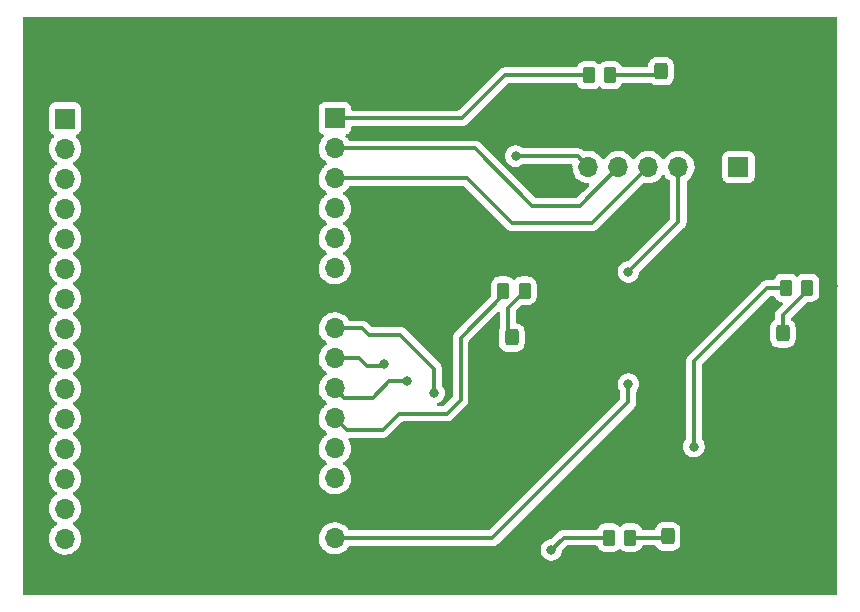
<source format=gbr>
%TF.GenerationSoftware,KiCad,Pcbnew,(6.0.7)*%
%TF.CreationDate,2022-10-30T17:48:50+07:00*%
%TF.ProjectId,dd,64642e6b-6963-4616-945f-706362585858,rev?*%
%TF.SameCoordinates,Original*%
%TF.FileFunction,Copper,L1,Top*%
%TF.FilePolarity,Positive*%
%FSLAX46Y46*%
G04 Gerber Fmt 4.6, Leading zero omitted, Abs format (unit mm)*
G04 Created by KiCad (PCBNEW (6.0.7)) date 2022-10-30 17:48:50*
%MOMM*%
%LPD*%
G01*
G04 APERTURE LIST*
G04 Aperture macros list*
%AMRoundRect*
0 Rectangle with rounded corners*
0 $1 Rounding radius*
0 $2 $3 $4 $5 $6 $7 $8 $9 X,Y pos of 4 corners*
0 Add a 4 corners polygon primitive as box body*
4,1,4,$2,$3,$4,$5,$6,$7,$8,$9,$2,$3,0*
0 Add four circle primitives for the rounded corners*
1,1,$1+$1,$2,$3*
1,1,$1+$1,$4,$5*
1,1,$1+$1,$6,$7*
1,1,$1+$1,$8,$9*
0 Add four rect primitives between the rounded corners*
20,1,$1+$1,$2,$3,$4,$5,0*
20,1,$1+$1,$4,$5,$6,$7,0*
20,1,$1+$1,$6,$7,$8,$9,0*
20,1,$1+$1,$8,$9,$2,$3,0*%
G04 Aperture macros list end*
%TA.AperFunction,SMDPad,CuDef*%
%ADD10RoundRect,0.250000X-0.262500X-0.450000X0.262500X-0.450000X0.262500X0.450000X-0.262500X0.450000X0*%
%TD*%
%TA.AperFunction,ComponentPad*%
%ADD11R,1.700000X1.700000*%
%TD*%
%TA.AperFunction,ComponentPad*%
%ADD12O,1.700000X1.700000*%
%TD*%
%TA.AperFunction,SMDPad,CuDef*%
%ADD13RoundRect,0.250000X-0.325000X-0.450000X0.325000X-0.450000X0.325000X0.450000X-0.325000X0.450000X0*%
%TD*%
%TA.AperFunction,ViaPad*%
%ADD14C,0.800000*%
%TD*%
%TA.AperFunction,Conductor*%
%ADD15C,0.300000*%
%TD*%
%TA.AperFunction,Conductor*%
%ADD16C,0.350000*%
%TD*%
G04 APERTURE END LIST*
D10*
%TO.P,R4,1*%
%TO.N,/RIGHT*%
X123187500Y-68700000D03*
%TO.P,R4,2*%
%TO.N,Net-(D4-Pad1)*%
X125012500Y-68700000D03*
%TD*%
%TO.P,R3,1*%
%TO.N,/LEFT*%
X147137500Y-68450000D03*
%TO.P,R3,2*%
%TO.N,Net-(D3-Pad1)*%
X148962500Y-68450000D03*
%TD*%
%TO.P,R2,1*%
%TO.N,/DOWN*%
X132155000Y-89600000D03*
%TO.P,R2,2*%
%TO.N,Net-(D2-Pad1)*%
X133980000Y-89600000D03*
%TD*%
%TO.P,R1,1*%
%TO.N,/UP*%
X130437500Y-50450000D03*
%TO.P,R1,2*%
%TO.N,Net-(D1-Pad1)*%
X132262500Y-50450000D03*
%TD*%
D11*
%TO.P,J1,1,Pin_1*%
%TO.N,unconnected-(J1-Pad1)*%
X143125000Y-58225000D03*
D12*
%TO.P,J1,2,Pin_2*%
%TO.N,/GND*%
X140585000Y-58225000D03*
%TO.P,J1,3,Pin_3*%
%TO.N,/VCC*%
X138045000Y-58225000D03*
%TO.P,J1,4,Pin_4*%
%TO.N,/SDA*%
X135505000Y-58225000D03*
%TO.P,J1,5,Pin_5*%
%TO.N,/SCL*%
X132965000Y-58225000D03*
%TO.P,J1,6,Pin_6*%
%TO.N,/INT*%
X130425000Y-58225000D03*
%TD*%
D11*
%TO.P,J2,1,Pin_1*%
%TO.N,unconnected-(J2-Pad1)*%
X86100000Y-54120000D03*
D12*
%TO.P,J2,2,Pin_2*%
%TO.N,unconnected-(J2-Pad2)*%
X86100000Y-56660000D03*
%TO.P,J2,3,Pin_3*%
%TO.N,unconnected-(J2-Pad3)*%
X86100000Y-59200000D03*
%TO.P,J2,4,Pin_4*%
%TO.N,unconnected-(J2-Pad4)*%
X86100000Y-61740000D03*
%TO.P,J2,5,Pin_5*%
%TO.N,unconnected-(J2-Pad5)*%
X86100000Y-64280000D03*
%TO.P,J2,6,Pin_6*%
%TO.N,unconnected-(J2-Pad6)*%
X86100000Y-66820000D03*
%TO.P,J2,7,Pin_7*%
%TO.N,unconnected-(J2-Pad7)*%
X86100000Y-69360000D03*
%TO.P,J2,8,Pin_8*%
%TO.N,unconnected-(J2-Pad8)*%
X86100000Y-71900000D03*
%TO.P,J2,9,Pin_9*%
%TO.N,unconnected-(J2-Pad9)*%
X86100000Y-74440000D03*
%TO.P,J2,10,Pin_10*%
%TO.N,unconnected-(J2-Pad10)*%
X86100000Y-76980000D03*
%TO.P,J2,11,Pin_11*%
%TO.N,unconnected-(J2-Pad11)*%
X86100000Y-79520000D03*
%TO.P,J2,12,Pin_12*%
%TO.N,unconnected-(J2-Pad12)*%
X86100000Y-82060000D03*
%TO.P,J2,13,Pin_13*%
%TO.N,unconnected-(J2-Pad13)*%
X86100000Y-84600000D03*
%TO.P,J2,14,Pin_14*%
%TO.N,unconnected-(J2-Pad14)*%
X86100000Y-87140000D03*
%TO.P,J2,15,Pin_15*%
%TO.N,unconnected-(J2-Pad15)*%
X86100000Y-89680000D03*
%TD*%
D13*
%TO.P,D2,1,K*%
%TO.N,Net-(D2-Pad1)*%
X137125000Y-89500000D03*
%TO.P,D2,2,A*%
%TO.N,/GND*%
X139175000Y-89500000D03*
%TD*%
%TO.P,D1,1,K*%
%TO.N,Net-(D1-Pad1)*%
X136575000Y-50100000D03*
%TO.P,D1,2,A*%
%TO.N,/GND*%
X138625000Y-50100000D03*
%TD*%
D11*
%TO.P,J3,1,Pin_1*%
%TO.N,/UP*%
X108950000Y-54100000D03*
D12*
%TO.P,J3,2,Pin_2*%
%TO.N,/SCL*%
X108950000Y-56640000D03*
%TO.P,J3,3,Pin_3*%
%TO.N,/SDA*%
X108950000Y-59180000D03*
%TO.P,J3,4,Pin_4*%
%TO.N,unconnected-(J3-Pad4)*%
X108950000Y-61720000D03*
%TO.P,J3,5,Pin_5*%
%TO.N,unconnected-(J3-Pad5)*%
X108950000Y-64260000D03*
%TO.P,J3,6,Pin_6*%
%TO.N,unconnected-(J3-Pad6)*%
X108950000Y-66800000D03*
%TO.P,J3,7,Pin_7*%
%TO.N,/GND*%
X108950000Y-69340000D03*
%TO.P,J3,8,Pin_8*%
%TO.N,/DOWN*%
X108950000Y-71880000D03*
%TO.P,J3,9,Pin_9*%
%TO.N,/INT*%
X108950000Y-74420000D03*
%TO.P,J3,10,Pin_10*%
%TO.N,/LEFT*%
X108950000Y-76960000D03*
%TO.P,J3,11,Pin_11*%
%TO.N,/RIGHT*%
X108950000Y-79500000D03*
%TO.P,J3,12,Pin_12*%
%TO.N,unconnected-(J3-Pad12)*%
X108950000Y-82040000D03*
%TO.P,J3,13,Pin_13*%
%TO.N,unconnected-(J3-Pad13)*%
X108950000Y-84580000D03*
%TO.P,J3,14,Pin_14*%
%TO.N,/GND*%
X108950000Y-87120000D03*
%TO.P,J3,15,Pin_15*%
%TO.N,/VCC*%
X108950000Y-89660000D03*
%TD*%
D13*
%TO.P,D3,1,K*%
%TO.N,Net-(D3-Pad1)*%
X146875000Y-72300000D03*
%TO.P,D3,2,A*%
%TO.N,/GND*%
X148925000Y-72300000D03*
%TD*%
%TO.P,D4,1,K*%
%TO.N,Net-(D4-Pad1)*%
X123925000Y-72650000D03*
%TO.P,D4,2,A*%
%TO.N,/GND*%
X125975000Y-72650000D03*
%TD*%
D14*
%TO.N,/INT*%
X124250000Y-57300000D03*
X113150000Y-74900000D03*
%TO.N,/LEFT*%
X139350000Y-81900000D03*
X115100000Y-76350000D03*
%TO.N,/DOWN*%
X117350000Y-77350000D03*
X127275000Y-90650000D03*
%TO.N,/VCC*%
X133800000Y-76600000D03*
X133800000Y-67100000D03*
%TO.N,/GND*%
X101500000Y-66700000D03*
X143150000Y-46950000D03*
X83500000Y-62900000D03*
X130050000Y-92600000D03*
X149500000Y-48850000D03*
X150100000Y-57200000D03*
X94350000Y-79550000D03*
X145650000Y-81450000D03*
X85300000Y-47650000D03*
X150000000Y-62050000D03*
X151100000Y-68300000D03*
X102500000Y-92400000D03*
X149550000Y-91300000D03*
X123650000Y-47050000D03*
X96100000Y-92600000D03*
X100500000Y-46800000D03*
X90500000Y-73500000D03*
X134500000Y-46950000D03*
X87150000Y-93150000D03*
X116350000Y-92850000D03*
X118100000Y-48000000D03*
X91550000Y-47750000D03*
X135700000Y-86750000D03*
X114700000Y-64850000D03*
X83150000Y-78950000D03*
X149250000Y-79450000D03*
X113450000Y-46850000D03*
X143450000Y-53450000D03*
X138050000Y-93950000D03*
X150450000Y-82800000D03*
X146900000Y-88200000D03*
X141150000Y-68500000D03*
X94500000Y-57500000D03*
X83150000Y-53700000D03*
%TD*%
D15*
%TO.N,Net-(D1-Pad1)*%
X132262500Y-50450000D02*
X136225000Y-50450000D01*
%TO.N,/UP*%
X123350000Y-50450000D02*
X130437500Y-50450000D01*
X119700000Y-54100000D02*
X123350000Y-50450000D01*
X108950000Y-54100000D02*
X119700000Y-54100000D01*
%TO.N,/LEFT*%
X139350000Y-74650000D02*
X145550000Y-68450000D01*
X145550000Y-68450000D02*
X147137500Y-68450000D01*
X139350000Y-81900000D02*
X139350000Y-74650000D01*
%TO.N,Net-(D3-Pad1)*%
X148962500Y-68687500D02*
X148962500Y-68450000D01*
X146875000Y-70775000D02*
X148962500Y-68687500D01*
X146875000Y-72300000D02*
X146875000Y-70775000D01*
%TO.N,Net-(D2-Pad1)*%
X133980000Y-89600000D02*
X137025000Y-89600000D01*
%TO.N,/DOWN*%
X128325000Y-89600000D02*
X132155000Y-89600000D01*
X127275000Y-90650000D02*
X128325000Y-89600000D01*
%TO.N,/RIGHT*%
X118450000Y-79100000D02*
X114400000Y-79100000D01*
X119600000Y-77950000D02*
X118450000Y-79100000D01*
X109950000Y-80500000D02*
X108950000Y-79500000D01*
X119600000Y-72675000D02*
X119600000Y-77950000D01*
X123187500Y-68700000D02*
X123187500Y-69087500D01*
X123187500Y-69087500D02*
X119600000Y-72675000D01*
X114400000Y-79100000D02*
X113000000Y-80500000D01*
X113000000Y-80500000D02*
X109950000Y-80500000D01*
%TO.N,Net-(D4-Pad1)*%
X123590000Y-70122500D02*
X123590000Y-72315000D01*
X125012500Y-68700000D02*
X123590000Y-70122500D01*
%TO.N,/LEFT*%
X113550000Y-76350000D02*
X115100000Y-76350000D01*
X112150000Y-77750000D02*
X113550000Y-76350000D01*
X108950000Y-76960000D02*
X109740000Y-77750000D01*
X109740000Y-77750000D02*
X112150000Y-77750000D01*
%TO.N,/INT*%
X111650000Y-75100000D02*
X112950000Y-75100000D01*
X112950000Y-75100000D02*
X113150000Y-74900000D01*
X110970000Y-74420000D02*
X111650000Y-75100000D01*
X108950000Y-74420000D02*
X110970000Y-74420000D01*
X124250000Y-57300000D02*
X129500000Y-57300000D01*
X129500000Y-57300000D02*
X130425000Y-58225000D01*
%TO.N,/SDA*%
X130730000Y-63000000D02*
X135505000Y-58225000D01*
X120130000Y-59180000D02*
X123950000Y-63000000D01*
X108950000Y-59180000D02*
X120130000Y-59180000D01*
X123950000Y-63000000D02*
X130730000Y-63000000D01*
%TO.N,/SCL*%
X129690000Y-61500000D02*
X132965000Y-58225000D01*
X125650000Y-61500000D02*
X129690000Y-61500000D01*
X120790000Y-56640000D02*
X125650000Y-61500000D01*
X108950000Y-56640000D02*
X120790000Y-56640000D01*
%TO.N,/DOWN*%
X117350000Y-75300000D02*
X117350000Y-77350000D01*
X114500000Y-72450000D02*
X117350000Y-75300000D01*
X111230000Y-71880000D02*
X111800000Y-72450000D01*
X108950000Y-71880000D02*
X111230000Y-71880000D01*
X111800000Y-72450000D02*
X114500000Y-72450000D01*
D16*
%TO.N,/VCC*%
X133800000Y-76600000D02*
X133800000Y-78100000D01*
X122240000Y-89660000D02*
X108950000Y-89660000D01*
X133800000Y-78100000D02*
X122240000Y-89660000D01*
X138045000Y-62855000D02*
X133800000Y-67100000D01*
X138045000Y-58225000D02*
X138045000Y-62855000D01*
%TD*%
%TA.AperFunction,Conductor*%
%TO.N,/GND*%
G36*
X151433621Y-45528502D02*
G01*
X151480114Y-45582158D01*
X151491500Y-45634500D01*
X151491500Y-94365500D01*
X151471498Y-94433621D01*
X151417842Y-94480114D01*
X151365500Y-94491500D01*
X82634500Y-94491500D01*
X82566379Y-94471498D01*
X82519886Y-94417842D01*
X82508500Y-94365500D01*
X82508500Y-89646695D01*
X84737251Y-89646695D01*
X84737548Y-89651848D01*
X84737548Y-89651851D01*
X84748659Y-89844547D01*
X84750110Y-89869715D01*
X84751247Y-89874761D01*
X84751248Y-89874767D01*
X84771119Y-89962939D01*
X84799222Y-90087639D01*
X84837038Y-90180769D01*
X84870645Y-90263533D01*
X84883266Y-90294616D01*
X84906272Y-90332158D01*
X84965936Y-90429521D01*
X84999987Y-90485088D01*
X85146250Y-90653938D01*
X85318126Y-90796632D01*
X85511000Y-90909338D01*
X85719692Y-90989030D01*
X85724760Y-90990061D01*
X85724763Y-90990062D01*
X85832017Y-91011883D01*
X85938597Y-91033567D01*
X85943772Y-91033757D01*
X85943774Y-91033757D01*
X86156673Y-91041564D01*
X86156677Y-91041564D01*
X86161837Y-91041753D01*
X86166957Y-91041097D01*
X86166959Y-91041097D01*
X86378288Y-91014025D01*
X86378289Y-91014025D01*
X86383416Y-91013368D01*
X86388366Y-91011883D01*
X86592429Y-90950661D01*
X86592434Y-90950659D01*
X86597384Y-90949174D01*
X86797994Y-90850896D01*
X86979860Y-90721173D01*
X86986843Y-90714215D01*
X87134435Y-90567137D01*
X87138096Y-90563489D01*
X87148883Y-90548478D01*
X87265435Y-90386277D01*
X87268453Y-90382077D01*
X87285505Y-90347576D01*
X87365136Y-90186453D01*
X87365137Y-90186451D01*
X87367430Y-90181811D01*
X87403650Y-90062596D01*
X87430865Y-89973023D01*
X87430865Y-89973021D01*
X87432370Y-89968069D01*
X87461529Y-89746590D01*
X87461620Y-89742872D01*
X87463074Y-89683365D01*
X87463074Y-89683361D01*
X87463156Y-89680000D01*
X87458774Y-89626695D01*
X107587251Y-89626695D01*
X107587548Y-89631848D01*
X107587548Y-89631851D01*
X107593971Y-89743240D01*
X107600110Y-89849715D01*
X107601247Y-89854761D01*
X107601248Y-89854767D01*
X107625304Y-89961508D01*
X107649222Y-90067639D01*
X107695159Y-90180769D01*
X107729683Y-90265791D01*
X107733266Y-90274616D01*
X107771147Y-90336432D01*
X107828192Y-90429521D01*
X107849987Y-90465088D01*
X107996250Y-90633938D01*
X108168126Y-90776632D01*
X108361000Y-90889338D01*
X108365825Y-90891180D01*
X108365826Y-90891181D01*
X108413375Y-90909338D01*
X108569692Y-90969030D01*
X108574760Y-90970061D01*
X108574763Y-90970062D01*
X108673067Y-90990062D01*
X108788597Y-91013567D01*
X108793772Y-91013757D01*
X108793774Y-91013757D01*
X109006673Y-91021564D01*
X109006677Y-91021564D01*
X109011837Y-91021753D01*
X109016957Y-91021097D01*
X109016959Y-91021097D01*
X109228288Y-90994025D01*
X109228289Y-90994025D01*
X109233416Y-90993368D01*
X109238366Y-90991883D01*
X109442429Y-90930661D01*
X109442434Y-90930659D01*
X109447384Y-90929174D01*
X109647994Y-90830896D01*
X109829860Y-90701173D01*
X109835421Y-90695632D01*
X109881213Y-90650000D01*
X126361496Y-90650000D01*
X126362186Y-90656565D01*
X126377104Y-90798498D01*
X126381458Y-90839928D01*
X126440473Y-91021556D01*
X126443776Y-91027278D01*
X126443777Y-91027279D01*
X126447517Y-91033757D01*
X126535960Y-91186944D01*
X126663747Y-91328866D01*
X126818248Y-91441118D01*
X126824276Y-91443802D01*
X126824278Y-91443803D01*
X126986681Y-91516109D01*
X126992712Y-91518794D01*
X127086112Y-91538647D01*
X127173056Y-91557128D01*
X127173061Y-91557128D01*
X127179513Y-91558500D01*
X127370487Y-91558500D01*
X127376939Y-91557128D01*
X127376944Y-91557128D01*
X127463888Y-91538647D01*
X127557288Y-91518794D01*
X127563319Y-91516109D01*
X127725722Y-91443803D01*
X127725724Y-91443802D01*
X127731752Y-91441118D01*
X127886253Y-91328866D01*
X128014040Y-91186944D01*
X128102483Y-91033757D01*
X128106223Y-91027279D01*
X128106224Y-91027278D01*
X128109527Y-91021556D01*
X128139544Y-90929174D01*
X128166502Y-90846207D01*
X128166502Y-90846205D01*
X128168542Y-90839928D01*
X128181755Y-90714215D01*
X128208768Y-90648559D01*
X128217969Y-90638291D01*
X128387270Y-90468990D01*
X128560854Y-90295405D01*
X128623167Y-90261380D01*
X128649950Y-90258500D01*
X131071643Y-90258500D01*
X131139764Y-90278502D01*
X131186257Y-90332158D01*
X131191166Y-90344622D01*
X131198630Y-90366995D01*
X131198633Y-90367002D01*
X131200950Y-90373946D01*
X131294022Y-90524348D01*
X131299204Y-90529521D01*
X131316851Y-90547137D01*
X131419197Y-90649305D01*
X131425427Y-90653145D01*
X131425428Y-90653146D01*
X131562590Y-90737694D01*
X131569762Y-90742115D01*
X131649505Y-90768564D01*
X131731111Y-90795632D01*
X131731113Y-90795632D01*
X131737639Y-90797797D01*
X131744475Y-90798497D01*
X131744478Y-90798498D01*
X131787531Y-90802909D01*
X131842100Y-90808500D01*
X132467900Y-90808500D01*
X132471146Y-90808163D01*
X132471150Y-90808163D01*
X132566808Y-90798238D01*
X132566812Y-90798237D01*
X132573666Y-90797526D01*
X132580202Y-90795345D01*
X132580204Y-90795345D01*
X132712306Y-90751272D01*
X132741446Y-90741550D01*
X132891848Y-90648478D01*
X132978284Y-90561891D01*
X133040566Y-90527812D01*
X133111386Y-90532815D01*
X133156475Y-90561736D01*
X133224889Y-90630031D01*
X133244197Y-90649305D01*
X133250427Y-90653145D01*
X133250428Y-90653146D01*
X133387590Y-90737694D01*
X133394762Y-90742115D01*
X133474505Y-90768564D01*
X133556111Y-90795632D01*
X133556113Y-90795632D01*
X133562639Y-90797797D01*
X133569475Y-90798497D01*
X133569478Y-90798498D01*
X133612531Y-90802909D01*
X133667100Y-90808500D01*
X134292900Y-90808500D01*
X134296146Y-90808163D01*
X134296150Y-90808163D01*
X134391808Y-90798238D01*
X134391812Y-90798237D01*
X134398666Y-90797526D01*
X134405202Y-90795345D01*
X134405204Y-90795345D01*
X134537306Y-90751272D01*
X134566446Y-90741550D01*
X134716848Y-90648478D01*
X134841805Y-90523303D01*
X134876736Y-90466635D01*
X134930775Y-90378968D01*
X134930776Y-90378966D01*
X134934615Y-90372738D01*
X134943872Y-90344830D01*
X134984303Y-90286472D01*
X135049867Y-90259236D01*
X135063464Y-90258500D01*
X136028689Y-90258500D01*
X136096810Y-90278502D01*
X136135833Y-90318196D01*
X136201522Y-90424348D01*
X136326697Y-90549305D01*
X136332927Y-90553145D01*
X136332928Y-90553146D01*
X136470090Y-90637694D01*
X136477262Y-90642115D01*
X136520828Y-90656565D01*
X136638611Y-90695632D01*
X136638613Y-90695632D01*
X136645139Y-90697797D01*
X136651975Y-90698497D01*
X136651978Y-90698498D01*
X136695031Y-90702909D01*
X136749600Y-90708500D01*
X137500400Y-90708500D01*
X137503646Y-90708163D01*
X137503650Y-90708163D01*
X137599308Y-90698238D01*
X137599312Y-90698237D01*
X137606166Y-90697526D01*
X137612702Y-90695345D01*
X137612704Y-90695345D01*
X137748618Y-90650000D01*
X137773946Y-90641550D01*
X137924348Y-90548478D01*
X138049305Y-90423303D01*
X138084754Y-90365795D01*
X138138275Y-90278968D01*
X138138276Y-90278966D01*
X138142115Y-90272738D01*
X138197797Y-90104861D01*
X138208500Y-90000400D01*
X138208500Y-88999600D01*
X138207593Y-88990855D01*
X138198238Y-88900692D01*
X138198237Y-88900688D01*
X138197526Y-88893834D01*
X138188855Y-88867842D01*
X138143868Y-88733002D01*
X138141550Y-88726054D01*
X138048478Y-88575652D01*
X138028658Y-88555866D01*
X137928483Y-88455866D01*
X137923303Y-88450695D01*
X137917072Y-88446854D01*
X137778968Y-88361725D01*
X137778966Y-88361724D01*
X137772738Y-88357885D01*
X137631070Y-88310896D01*
X137611389Y-88304368D01*
X137611387Y-88304368D01*
X137604861Y-88302203D01*
X137598025Y-88301503D01*
X137598022Y-88301502D01*
X137554969Y-88297091D01*
X137500400Y-88291500D01*
X136749600Y-88291500D01*
X136746354Y-88291837D01*
X136746350Y-88291837D01*
X136650692Y-88301762D01*
X136650688Y-88301763D01*
X136643834Y-88302474D01*
X136637298Y-88304655D01*
X136637296Y-88304655D01*
X136618590Y-88310896D01*
X136476054Y-88358450D01*
X136325652Y-88451522D01*
X136200695Y-88576697D01*
X136196855Y-88582927D01*
X136196854Y-88582928D01*
X136137112Y-88679848D01*
X136107885Y-88727262D01*
X136105581Y-88734209D01*
X136065461Y-88855167D01*
X136025031Y-88913527D01*
X135959466Y-88940764D01*
X135945868Y-88941500D01*
X135063357Y-88941500D01*
X134995236Y-88921498D01*
X134948743Y-88867842D01*
X134943834Y-88855378D01*
X134936370Y-88833005D01*
X134936367Y-88832998D01*
X134934050Y-88826054D01*
X134840978Y-88675652D01*
X134802790Y-88637530D01*
X134736661Y-88571517D01*
X134715803Y-88550695D01*
X134673466Y-88524598D01*
X134571468Y-88461725D01*
X134571466Y-88461724D01*
X134565238Y-88457885D01*
X134448416Y-88419137D01*
X134403889Y-88404368D01*
X134403887Y-88404368D01*
X134397361Y-88402203D01*
X134390525Y-88401503D01*
X134390522Y-88401502D01*
X134347469Y-88397091D01*
X134292900Y-88391500D01*
X133667100Y-88391500D01*
X133663854Y-88391837D01*
X133663850Y-88391837D01*
X133568192Y-88401762D01*
X133568188Y-88401763D01*
X133561334Y-88402474D01*
X133554798Y-88404655D01*
X133554796Y-88404655D01*
X133498740Y-88423357D01*
X133393554Y-88458450D01*
X133243152Y-88551522D01*
X133237979Y-88556704D01*
X133156716Y-88638109D01*
X133094434Y-88672188D01*
X133023614Y-88667185D01*
X132978525Y-88638264D01*
X132895983Y-88555866D01*
X132890803Y-88550695D01*
X132848466Y-88524598D01*
X132746468Y-88461725D01*
X132746466Y-88461724D01*
X132740238Y-88457885D01*
X132623416Y-88419137D01*
X132578889Y-88404368D01*
X132578887Y-88404368D01*
X132572361Y-88402203D01*
X132565525Y-88401503D01*
X132565522Y-88401502D01*
X132522469Y-88397091D01*
X132467900Y-88391500D01*
X131842100Y-88391500D01*
X131838854Y-88391837D01*
X131838850Y-88391837D01*
X131743192Y-88401762D01*
X131743188Y-88401763D01*
X131736334Y-88402474D01*
X131729798Y-88404655D01*
X131729796Y-88404655D01*
X131673740Y-88423357D01*
X131568554Y-88458450D01*
X131418152Y-88551522D01*
X131293195Y-88676697D01*
X131289355Y-88682927D01*
X131289354Y-88682928D01*
X131215872Y-88802138D01*
X131200385Y-88827262D01*
X131191129Y-88855169D01*
X131150697Y-88913528D01*
X131085133Y-88940764D01*
X131071536Y-88941500D01*
X128407056Y-88941500D01*
X128395200Y-88940941D01*
X128395197Y-88940941D01*
X128387463Y-88939212D01*
X128338078Y-88940764D01*
X128316631Y-88941438D01*
X128312673Y-88941500D01*
X128283568Y-88941500D01*
X128279168Y-88942056D01*
X128267336Y-88942988D01*
X128221169Y-88944438D01*
X128200579Y-88950420D01*
X128181218Y-88954430D01*
X128174230Y-88955312D01*
X128167796Y-88956125D01*
X128167795Y-88956125D01*
X128159936Y-88957118D01*
X128152571Y-88960034D01*
X128152567Y-88960035D01*
X128116979Y-88974126D01*
X128105769Y-88977965D01*
X128061400Y-88990855D01*
X128042943Y-89001771D01*
X128025193Y-89010466D01*
X128005244Y-89018365D01*
X127998833Y-89023023D01*
X127998831Y-89023024D01*
X127967864Y-89045523D01*
X127957946Y-89052038D01*
X127918193Y-89075548D01*
X127903032Y-89090709D01*
X127888000Y-89103548D01*
X127870643Y-89116159D01*
X127842917Y-89149675D01*
X127841198Y-89151752D01*
X127833208Y-89160533D01*
X127289144Y-89704596D01*
X127226832Y-89738621D01*
X127200049Y-89741500D01*
X127179513Y-89741500D01*
X127173061Y-89742872D01*
X127173056Y-89742872D01*
X127086112Y-89761353D01*
X126992712Y-89781206D01*
X126986682Y-89783891D01*
X126986681Y-89783891D01*
X126824278Y-89856197D01*
X126824276Y-89856198D01*
X126818248Y-89858882D01*
X126812907Y-89862762D01*
X126812906Y-89862763D01*
X126796384Y-89874767D01*
X126663747Y-89971134D01*
X126659326Y-89976044D01*
X126659325Y-89976045D01*
X126549497Y-90098022D01*
X126535960Y-90113056D01*
X126496866Y-90180769D01*
X126445251Y-90270169D01*
X126440473Y-90278444D01*
X126381458Y-90460072D01*
X126380768Y-90466633D01*
X126380768Y-90466635D01*
X126370205Y-90567137D01*
X126361496Y-90650000D01*
X109881213Y-90650000D01*
X109968026Y-90563489D01*
X109988096Y-90543489D01*
X110002601Y-90523303D01*
X110094096Y-90395974D01*
X110150091Y-90352326D01*
X110196419Y-90343500D01*
X122211955Y-90343500D01*
X122220524Y-90343792D01*
X122268458Y-90347060D01*
X122268462Y-90347060D01*
X122276034Y-90347576D01*
X122283511Y-90346271D01*
X122283514Y-90346271D01*
X122336647Y-90336998D01*
X122343171Y-90336035D01*
X122396691Y-90329558D01*
X122404235Y-90328645D01*
X122411345Y-90325958D01*
X122416248Y-90324754D01*
X122426734Y-90321886D01*
X122431526Y-90320439D01*
X122439004Y-90319134D01*
X122445957Y-90316082D01*
X122495341Y-90294405D01*
X122501446Y-90291914D01*
X122551882Y-90272855D01*
X122551885Y-90272853D01*
X122558989Y-90270169D01*
X122565246Y-90265869D01*
X122569714Y-90263533D01*
X122579160Y-90258275D01*
X122583526Y-90255693D01*
X122590485Y-90252638D01*
X122639304Y-90215177D01*
X122644623Y-90211314D01*
X122689065Y-90180769D01*
X122695326Y-90176466D01*
X122735233Y-90131676D01*
X122740213Y-90126402D01*
X130966615Y-81900000D01*
X138436496Y-81900000D01*
X138437186Y-81906565D01*
X138449273Y-82021562D01*
X138456458Y-82089928D01*
X138515473Y-82271556D01*
X138610960Y-82436944D01*
X138615378Y-82441851D01*
X138615379Y-82441852D01*
X138709562Y-82546453D01*
X138738747Y-82578866D01*
X138836419Y-82649829D01*
X138876597Y-82679020D01*
X138893248Y-82691118D01*
X138899276Y-82693802D01*
X138899278Y-82693803D01*
X139052625Y-82762077D01*
X139067712Y-82768794D01*
X139161112Y-82788647D01*
X139248056Y-82807128D01*
X139248061Y-82807128D01*
X139254513Y-82808500D01*
X139445487Y-82808500D01*
X139451939Y-82807128D01*
X139451944Y-82807128D01*
X139538888Y-82788647D01*
X139632288Y-82768794D01*
X139647375Y-82762077D01*
X139800722Y-82693803D01*
X139800724Y-82693802D01*
X139806752Y-82691118D01*
X139823404Y-82679020D01*
X139863581Y-82649829D01*
X139961253Y-82578866D01*
X139990438Y-82546453D01*
X140084621Y-82441852D01*
X140084622Y-82441851D01*
X140089040Y-82436944D01*
X140184527Y-82271556D01*
X140243542Y-82089928D01*
X140250728Y-82021562D01*
X140262814Y-81906565D01*
X140263504Y-81900000D01*
X140257463Y-81842522D01*
X140244232Y-81716635D01*
X140244232Y-81716633D01*
X140243542Y-81710072D01*
X140184527Y-81528444D01*
X140089040Y-81363056D01*
X140040864Y-81309551D01*
X140010146Y-81245544D01*
X140008500Y-81225241D01*
X140008500Y-74974950D01*
X140028502Y-74906829D01*
X140045405Y-74885855D01*
X145785855Y-69145405D01*
X145848167Y-69111379D01*
X145874950Y-69108500D01*
X146054143Y-69108500D01*
X146122264Y-69128502D01*
X146168757Y-69182158D01*
X146173666Y-69194622D01*
X146181130Y-69216995D01*
X146181133Y-69217002D01*
X146183450Y-69223946D01*
X146276522Y-69374348D01*
X146401697Y-69499305D01*
X146407927Y-69503145D01*
X146407928Y-69503146D01*
X146545090Y-69587694D01*
X146552262Y-69592115D01*
X146627505Y-69617072D01*
X146713611Y-69645632D01*
X146713613Y-69645632D01*
X146720139Y-69647797D01*
X146726977Y-69648498D01*
X146726979Y-69648498D01*
X146774665Y-69653384D01*
X146840392Y-69680226D01*
X146881174Y-69738341D01*
X146884062Y-69809279D01*
X146850917Y-69867823D01*
X146467395Y-70251345D01*
X146458615Y-70259335D01*
X146458613Y-70259337D01*
X146451920Y-70263584D01*
X146446494Y-70269362D01*
X146446493Y-70269363D01*
X146403396Y-70315257D01*
X146400641Y-70318099D01*
X146380073Y-70338667D01*
X146377356Y-70342170D01*
X146369648Y-70351195D01*
X146338028Y-70384867D01*
X146334207Y-70391818D01*
X146334206Y-70391819D01*
X146327697Y-70403658D01*
X146316843Y-70420182D01*
X146309018Y-70430271D01*
X146303696Y-70437132D01*
X146300549Y-70444404D01*
X146300548Y-70444406D01*
X146285346Y-70479535D01*
X146280124Y-70490195D01*
X146257876Y-70530663D01*
X146252541Y-70551441D01*
X146246142Y-70570131D01*
X146237620Y-70589824D01*
X146231392Y-70629144D01*
X146230394Y-70635448D01*
X146227987Y-70647071D01*
X146216500Y-70691812D01*
X146216500Y-70713259D01*
X146214949Y-70732969D01*
X146211594Y-70754152D01*
X146212582Y-70764598D01*
X146215941Y-70800138D01*
X146216500Y-70811996D01*
X146216500Y-71094160D01*
X146196498Y-71162281D01*
X146156803Y-71201304D01*
X146075652Y-71251522D01*
X146070479Y-71256704D01*
X146036896Y-71290346D01*
X145950695Y-71376697D01*
X145946855Y-71382927D01*
X145946854Y-71382928D01*
X145891706Y-71472395D01*
X145857885Y-71527262D01*
X145831813Y-71605866D01*
X145808100Y-71677361D01*
X145802203Y-71695139D01*
X145801503Y-71701975D01*
X145801502Y-71701978D01*
X145797091Y-71745031D01*
X145791500Y-71799600D01*
X145791500Y-72800400D01*
X145791837Y-72803646D01*
X145791837Y-72803650D01*
X145799473Y-72877240D01*
X145802474Y-72906166D01*
X145804655Y-72912702D01*
X145804655Y-72912704D01*
X145836501Y-73008157D01*
X145858450Y-73073946D01*
X145951522Y-73224348D01*
X145956704Y-73229521D01*
X145987263Y-73260027D01*
X146076697Y-73349305D01*
X146082927Y-73353145D01*
X146082928Y-73353146D01*
X146220090Y-73437694D01*
X146227262Y-73442115D01*
X146307005Y-73468564D01*
X146388611Y-73495632D01*
X146388613Y-73495632D01*
X146395139Y-73497797D01*
X146401975Y-73498497D01*
X146401978Y-73498498D01*
X146445031Y-73502909D01*
X146499600Y-73508500D01*
X147250400Y-73508500D01*
X147253646Y-73508163D01*
X147253650Y-73508163D01*
X147349308Y-73498238D01*
X147349312Y-73498237D01*
X147356166Y-73497526D01*
X147362702Y-73495345D01*
X147362704Y-73495345D01*
X147508000Y-73446870D01*
X147523946Y-73441550D01*
X147674348Y-73348478D01*
X147799305Y-73223303D01*
X147832689Y-73169144D01*
X147888275Y-73078968D01*
X147888276Y-73078966D01*
X147892115Y-73072738D01*
X147947797Y-72904861D01*
X147958500Y-72800400D01*
X147958500Y-71799600D01*
X147955584Y-71771498D01*
X147948238Y-71700692D01*
X147948237Y-71700688D01*
X147947526Y-71693834D01*
X147926132Y-71629707D01*
X147893868Y-71533002D01*
X147891550Y-71526054D01*
X147798478Y-71375652D01*
X147673303Y-71250695D01*
X147665312Y-71245769D01*
X147596958Y-71203634D01*
X147549465Y-71150862D01*
X147538043Y-71080790D01*
X147566317Y-71015667D01*
X147573980Y-71007280D01*
X148885855Y-69695405D01*
X148948167Y-69661379D01*
X148974950Y-69658500D01*
X149275400Y-69658500D01*
X149278646Y-69658163D01*
X149278650Y-69658163D01*
X149374308Y-69648238D01*
X149374312Y-69648237D01*
X149381166Y-69647526D01*
X149387702Y-69645345D01*
X149387704Y-69645345D01*
X149519806Y-69601272D01*
X149548946Y-69591550D01*
X149699348Y-69498478D01*
X149824305Y-69373303D01*
X149834573Y-69356646D01*
X149913275Y-69228968D01*
X149913276Y-69228966D01*
X149917115Y-69222738D01*
X149948372Y-69128502D01*
X149970632Y-69061389D01*
X149970632Y-69061387D01*
X149972797Y-69054861D01*
X149983500Y-68950400D01*
X149983500Y-67949600D01*
X149982578Y-67940711D01*
X149973238Y-67850692D01*
X149973237Y-67850688D01*
X149972526Y-67843834D01*
X149967235Y-67827973D01*
X149919269Y-67684205D01*
X149916550Y-67676054D01*
X149823478Y-67525652D01*
X149698303Y-67400695D01*
X149570330Y-67321811D01*
X149553968Y-67311725D01*
X149553966Y-67311724D01*
X149547738Y-67307885D01*
X149387254Y-67254655D01*
X149386389Y-67254368D01*
X149386387Y-67254368D01*
X149379861Y-67252203D01*
X149373025Y-67251503D01*
X149373022Y-67251502D01*
X149329969Y-67247091D01*
X149275400Y-67241500D01*
X148649600Y-67241500D01*
X148646354Y-67241837D01*
X148646350Y-67241837D01*
X148550692Y-67251762D01*
X148550688Y-67251763D01*
X148543834Y-67252474D01*
X148537298Y-67254655D01*
X148537296Y-67254655D01*
X148431571Y-67289928D01*
X148376054Y-67308450D01*
X148225652Y-67401522D01*
X148220479Y-67406704D01*
X148139216Y-67488109D01*
X148076934Y-67522188D01*
X148006114Y-67517185D01*
X147961025Y-67488264D01*
X147878483Y-67405866D01*
X147873303Y-67400695D01*
X147745330Y-67321811D01*
X147728968Y-67311725D01*
X147728966Y-67311724D01*
X147722738Y-67307885D01*
X147562254Y-67254655D01*
X147561389Y-67254368D01*
X147561387Y-67254368D01*
X147554861Y-67252203D01*
X147548025Y-67251503D01*
X147548022Y-67251502D01*
X147504969Y-67247091D01*
X147450400Y-67241500D01*
X146824600Y-67241500D01*
X146821354Y-67241837D01*
X146821350Y-67241837D01*
X146725692Y-67251762D01*
X146725688Y-67251763D01*
X146718834Y-67252474D01*
X146712298Y-67254655D01*
X146712296Y-67254655D01*
X146606571Y-67289928D01*
X146551054Y-67308450D01*
X146400652Y-67401522D01*
X146275695Y-67526697D01*
X146271855Y-67532927D01*
X146271854Y-67532928D01*
X146215046Y-67625088D01*
X146182885Y-67677262D01*
X146179610Y-67687137D01*
X146173629Y-67705169D01*
X146133197Y-67763528D01*
X146067633Y-67790764D01*
X146054036Y-67791500D01*
X145632056Y-67791500D01*
X145620200Y-67790941D01*
X145620197Y-67790941D01*
X145612463Y-67789212D01*
X145563078Y-67790764D01*
X145541631Y-67791438D01*
X145537673Y-67791500D01*
X145508568Y-67791500D01*
X145504168Y-67792056D01*
X145492336Y-67792988D01*
X145446169Y-67794438D01*
X145425579Y-67800420D01*
X145406218Y-67804430D01*
X145399230Y-67805312D01*
X145392796Y-67806125D01*
X145392795Y-67806125D01*
X145384936Y-67807118D01*
X145377571Y-67810034D01*
X145377567Y-67810035D01*
X145341979Y-67824126D01*
X145330769Y-67827965D01*
X145286400Y-67840855D01*
X145267935Y-67851775D01*
X145250195Y-67860466D01*
X145230244Y-67868365D01*
X145192874Y-67895516D01*
X145182952Y-67902033D01*
X145150023Y-67921507D01*
X145150019Y-67921510D01*
X145143193Y-67925547D01*
X145128029Y-67940711D01*
X145112996Y-67953551D01*
X145095643Y-67966159D01*
X145076823Y-67988909D01*
X145066198Y-68001752D01*
X145058208Y-68010532D01*
X138942395Y-74126345D01*
X138933615Y-74134335D01*
X138933613Y-74134337D01*
X138926920Y-74138584D01*
X138921494Y-74144362D01*
X138921493Y-74144363D01*
X138878396Y-74190257D01*
X138875641Y-74193099D01*
X138855073Y-74213667D01*
X138852356Y-74217170D01*
X138844648Y-74226195D01*
X138813028Y-74259867D01*
X138809207Y-74266818D01*
X138809206Y-74266819D01*
X138802697Y-74278658D01*
X138791843Y-74295182D01*
X138784018Y-74305271D01*
X138778696Y-74312132D01*
X138775549Y-74319404D01*
X138775548Y-74319406D01*
X138760346Y-74354535D01*
X138755124Y-74365195D01*
X138732876Y-74405663D01*
X138727541Y-74426441D01*
X138721142Y-74445131D01*
X138712620Y-74464824D01*
X138711380Y-74472655D01*
X138705394Y-74510448D01*
X138702987Y-74522071D01*
X138701351Y-74528444D01*
X138691500Y-74566812D01*
X138691500Y-74588259D01*
X138689949Y-74607969D01*
X138686594Y-74629152D01*
X138687340Y-74637043D01*
X138690941Y-74675138D01*
X138691500Y-74686996D01*
X138691500Y-81225241D01*
X138671498Y-81293362D01*
X138659136Y-81309551D01*
X138610960Y-81363056D01*
X138515473Y-81528444D01*
X138456458Y-81710072D01*
X138455768Y-81716633D01*
X138455768Y-81716635D01*
X138442537Y-81842522D01*
X138436496Y-81900000D01*
X130966615Y-81900000D01*
X134263459Y-78603156D01*
X134269724Y-78597302D01*
X134305945Y-78565704D01*
X134311670Y-78560710D01*
X134347066Y-78510345D01*
X134350980Y-78505077D01*
X134352569Y-78503051D01*
X134388935Y-78456672D01*
X134392061Y-78449748D01*
X134394671Y-78445439D01*
X134400042Y-78436024D01*
X134402427Y-78431576D01*
X134406795Y-78425361D01*
X134429144Y-78368039D01*
X134431698Y-78361962D01*
X134437275Y-78349612D01*
X134457014Y-78305895D01*
X134458400Y-78298418D01*
X134459910Y-78293598D01*
X134462878Y-78283182D01*
X134464131Y-78278302D01*
X134466889Y-78271228D01*
X134467881Y-78263695D01*
X134474921Y-78210223D01*
X134475953Y-78203710D01*
X134485777Y-78150701D01*
X134485777Y-78150699D01*
X134487161Y-78143232D01*
X134483709Y-78083357D01*
X134483500Y-78076105D01*
X134483500Y-77246994D01*
X134503502Y-77178873D01*
X134515865Y-77162683D01*
X134534617Y-77141857D01*
X134534620Y-77141853D01*
X134539040Y-77136944D01*
X134634527Y-76971556D01*
X134693542Y-76789928D01*
X134696423Y-76762522D01*
X134712814Y-76606565D01*
X134713504Y-76600000D01*
X134706773Y-76535954D01*
X134694232Y-76416635D01*
X134694232Y-76416633D01*
X134693542Y-76410072D01*
X134634527Y-76228444D01*
X134539040Y-76063056D01*
X134432178Y-75944373D01*
X134415675Y-75926045D01*
X134415674Y-75926044D01*
X134411253Y-75921134D01*
X134278383Y-75824598D01*
X134262094Y-75812763D01*
X134262093Y-75812762D01*
X134256752Y-75808882D01*
X134250724Y-75806198D01*
X134250722Y-75806197D01*
X134088319Y-75733891D01*
X134088318Y-75733891D01*
X134082288Y-75731206D01*
X133978495Y-75709144D01*
X133901944Y-75692872D01*
X133901939Y-75692872D01*
X133895487Y-75691500D01*
X133704513Y-75691500D01*
X133698061Y-75692872D01*
X133698056Y-75692872D01*
X133621505Y-75709144D01*
X133517712Y-75731206D01*
X133511682Y-75733891D01*
X133511681Y-75733891D01*
X133349278Y-75806197D01*
X133349276Y-75806198D01*
X133343248Y-75808882D01*
X133337907Y-75812762D01*
X133337906Y-75812763D01*
X133321617Y-75824598D01*
X133188747Y-75921134D01*
X133184326Y-75926044D01*
X133184325Y-75926045D01*
X133167823Y-75944373D01*
X133060960Y-76063056D01*
X132965473Y-76228444D01*
X132906458Y-76410072D01*
X132905768Y-76416633D01*
X132905768Y-76416635D01*
X132893227Y-76535954D01*
X132886496Y-76600000D01*
X132887186Y-76606565D01*
X132903578Y-76762522D01*
X132906458Y-76789928D01*
X132965473Y-76971556D01*
X133060960Y-77136944D01*
X133065380Y-77141853D01*
X133065383Y-77141857D01*
X133084135Y-77162683D01*
X133114853Y-77226690D01*
X133116500Y-77246994D01*
X133116500Y-77764695D01*
X133096498Y-77832816D01*
X133079595Y-77853790D01*
X121993790Y-88939595D01*
X121931478Y-88973621D01*
X121904695Y-88976500D01*
X110194459Y-88976500D01*
X110126338Y-88956498D01*
X110088667Y-88918940D01*
X110032822Y-88832617D01*
X110032820Y-88832614D01*
X110030014Y-88828277D01*
X109879670Y-88663051D01*
X109875619Y-88659852D01*
X109875615Y-88659848D01*
X109708414Y-88527800D01*
X109708410Y-88527798D01*
X109704359Y-88524598D01*
X109508789Y-88416638D01*
X109503920Y-88414914D01*
X109503916Y-88414912D01*
X109303087Y-88343795D01*
X109303083Y-88343794D01*
X109298212Y-88342069D01*
X109293119Y-88341162D01*
X109293116Y-88341161D01*
X109083373Y-88303800D01*
X109083367Y-88303799D01*
X109078284Y-88302894D01*
X109004452Y-88301992D01*
X108860081Y-88300228D01*
X108860079Y-88300228D01*
X108854911Y-88300165D01*
X108634091Y-88333955D01*
X108421756Y-88403357D01*
X108391443Y-88419137D01*
X108319278Y-88456704D01*
X108223607Y-88506507D01*
X108219474Y-88509610D01*
X108219471Y-88509612D01*
X108049100Y-88637530D01*
X108044965Y-88640635D01*
X108014812Y-88672188D01*
X107955544Y-88734209D01*
X107890629Y-88802138D01*
X107887715Y-88806410D01*
X107887714Y-88806411D01*
X107854455Y-88855167D01*
X107764743Y-88986680D01*
X107747873Y-89023024D01*
X107710494Y-89103551D01*
X107670688Y-89189305D01*
X107610989Y-89404570D01*
X107587251Y-89626695D01*
X87458774Y-89626695D01*
X87444852Y-89457361D01*
X87390431Y-89240702D01*
X87301354Y-89035840D01*
X87249784Y-88956125D01*
X87182822Y-88852617D01*
X87182820Y-88852614D01*
X87180014Y-88848277D01*
X87029670Y-88683051D01*
X87025619Y-88679852D01*
X87025615Y-88679848D01*
X86858414Y-88547800D01*
X86858410Y-88547798D01*
X86854359Y-88544598D01*
X86813053Y-88521796D01*
X86763084Y-88471364D01*
X86748312Y-88401921D01*
X86773428Y-88335516D01*
X86800780Y-88308909D01*
X86844603Y-88277650D01*
X86979860Y-88181173D01*
X87138096Y-88023489D01*
X87197594Y-87940689D01*
X87265435Y-87846277D01*
X87268453Y-87842077D01*
X87367430Y-87641811D01*
X87432370Y-87428069D01*
X87461529Y-87206590D01*
X87463156Y-87140000D01*
X87444852Y-86917361D01*
X87390431Y-86700702D01*
X87301354Y-86495840D01*
X87180014Y-86308277D01*
X87029670Y-86143051D01*
X87025619Y-86139852D01*
X87025615Y-86139848D01*
X86858414Y-86007800D01*
X86858410Y-86007798D01*
X86854359Y-86004598D01*
X86813053Y-85981796D01*
X86763084Y-85931364D01*
X86748312Y-85861921D01*
X86773428Y-85795516D01*
X86800780Y-85768909D01*
X86844603Y-85737650D01*
X86979860Y-85641173D01*
X87138096Y-85483489D01*
X87152468Y-85463489D01*
X87265435Y-85306277D01*
X87268453Y-85302077D01*
X87280631Y-85277438D01*
X87365136Y-85106453D01*
X87365137Y-85106451D01*
X87367430Y-85101811D01*
X87432370Y-84888069D01*
X87461529Y-84666590D01*
X87463156Y-84600000D01*
X87458774Y-84546695D01*
X107587251Y-84546695D01*
X107587548Y-84551848D01*
X107587548Y-84551851D01*
X107593011Y-84646590D01*
X107600110Y-84769715D01*
X107601247Y-84774761D01*
X107601248Y-84774767D01*
X107621119Y-84862939D01*
X107649222Y-84987639D01*
X107733266Y-85194616D01*
X107849987Y-85385088D01*
X107996250Y-85553938D01*
X108168126Y-85696632D01*
X108361000Y-85809338D01*
X108569692Y-85889030D01*
X108574760Y-85890061D01*
X108574763Y-85890062D01*
X108682017Y-85911883D01*
X108788597Y-85933567D01*
X108793772Y-85933757D01*
X108793774Y-85933757D01*
X109006673Y-85941564D01*
X109006677Y-85941564D01*
X109011837Y-85941753D01*
X109016957Y-85941097D01*
X109016959Y-85941097D01*
X109228288Y-85914025D01*
X109228289Y-85914025D01*
X109233416Y-85913368D01*
X109289180Y-85896638D01*
X109442429Y-85850661D01*
X109442434Y-85850659D01*
X109447384Y-85849174D01*
X109647994Y-85750896D01*
X109829860Y-85621173D01*
X109988096Y-85463489D01*
X110047594Y-85380689D01*
X110115435Y-85286277D01*
X110118453Y-85282077D01*
X110207546Y-85101811D01*
X110215136Y-85086453D01*
X110215137Y-85086451D01*
X110217430Y-85081811D01*
X110282370Y-84868069D01*
X110311529Y-84646590D01*
X110312585Y-84603365D01*
X110313074Y-84583365D01*
X110313074Y-84583361D01*
X110313156Y-84580000D01*
X110294852Y-84357361D01*
X110240431Y-84140702D01*
X110151354Y-83935840D01*
X110111906Y-83874862D01*
X110032822Y-83752617D01*
X110032820Y-83752614D01*
X110030014Y-83748277D01*
X109879670Y-83583051D01*
X109875619Y-83579852D01*
X109875615Y-83579848D01*
X109708414Y-83447800D01*
X109708410Y-83447798D01*
X109704359Y-83444598D01*
X109663053Y-83421796D01*
X109613084Y-83371364D01*
X109598312Y-83301921D01*
X109623428Y-83235516D01*
X109650780Y-83208909D01*
X109700664Y-83173327D01*
X109829860Y-83081173D01*
X109988096Y-82923489D01*
X110047594Y-82840689D01*
X110115435Y-82746277D01*
X110118453Y-82742077D01*
X110142312Y-82693803D01*
X110215136Y-82546453D01*
X110215137Y-82546451D01*
X110217430Y-82541811D01*
X110282370Y-82328069D01*
X110311529Y-82106590D01*
X110311936Y-82089928D01*
X110313074Y-82043365D01*
X110313074Y-82043361D01*
X110313156Y-82040000D01*
X110294852Y-81817361D01*
X110240431Y-81600702D01*
X110151354Y-81395840D01*
X110123601Y-81352940D01*
X110103394Y-81284879D01*
X110123190Y-81216699D01*
X110176706Y-81170044D01*
X110229393Y-81158500D01*
X112917944Y-81158500D01*
X112929800Y-81159059D01*
X112929803Y-81159059D01*
X112937537Y-81160788D01*
X113008369Y-81158562D01*
X113012327Y-81158500D01*
X113041432Y-81158500D01*
X113045832Y-81157944D01*
X113057664Y-81157012D01*
X113103831Y-81155562D01*
X113124421Y-81149580D01*
X113143782Y-81145570D01*
X113150770Y-81144688D01*
X113157204Y-81143875D01*
X113157205Y-81143875D01*
X113165064Y-81142882D01*
X113172429Y-81139966D01*
X113172433Y-81139965D01*
X113208021Y-81125874D01*
X113219231Y-81122035D01*
X113263600Y-81109145D01*
X113282065Y-81098225D01*
X113299805Y-81089534D01*
X113319756Y-81081635D01*
X113357129Y-81054482D01*
X113367048Y-81047967D01*
X113399977Y-81028493D01*
X113399981Y-81028490D01*
X113406807Y-81024453D01*
X113421971Y-81009289D01*
X113437005Y-80996448D01*
X113447943Y-80988501D01*
X113454357Y-80983841D01*
X113483803Y-80948247D01*
X113491792Y-80939468D01*
X114635855Y-79795405D01*
X114698167Y-79761379D01*
X114724950Y-79758500D01*
X118367944Y-79758500D01*
X118379800Y-79759059D01*
X118379803Y-79759059D01*
X118387537Y-79760788D01*
X118458369Y-79758562D01*
X118462327Y-79758500D01*
X118491432Y-79758500D01*
X118495832Y-79757944D01*
X118507664Y-79757012D01*
X118553831Y-79755562D01*
X118574421Y-79749580D01*
X118593782Y-79745570D01*
X118600770Y-79744688D01*
X118607204Y-79743875D01*
X118607205Y-79743875D01*
X118615064Y-79742882D01*
X118622429Y-79739966D01*
X118622433Y-79739965D01*
X118658021Y-79725874D01*
X118669231Y-79722035D01*
X118713600Y-79709145D01*
X118732065Y-79698225D01*
X118749805Y-79689534D01*
X118769756Y-79681635D01*
X118807129Y-79654482D01*
X118817048Y-79647967D01*
X118849977Y-79628493D01*
X118849981Y-79628490D01*
X118856807Y-79624453D01*
X118871971Y-79609289D01*
X118887005Y-79596448D01*
X118904357Y-79583841D01*
X118933803Y-79548247D01*
X118941792Y-79539468D01*
X120007605Y-78473655D01*
X120016385Y-78465665D01*
X120016387Y-78465663D01*
X120023080Y-78461416D01*
X120041318Y-78441995D01*
X120071604Y-78409743D01*
X120074359Y-78406901D01*
X120094927Y-78386333D01*
X120097647Y-78382826D01*
X120105353Y-78373804D01*
X120107022Y-78372027D01*
X120136972Y-78340133D01*
X120144374Y-78326669D01*
X120147303Y-78321342D01*
X120158157Y-78304818D01*
X120166445Y-78294132D01*
X120171304Y-78287868D01*
X120176164Y-78276638D01*
X120189654Y-78245465D01*
X120194876Y-78234805D01*
X120213305Y-78201284D01*
X120213306Y-78201282D01*
X120217124Y-78194337D01*
X120222459Y-78173559D01*
X120228858Y-78154869D01*
X120237380Y-78135176D01*
X120244606Y-78089552D01*
X120247013Y-78077929D01*
X120256528Y-78040868D01*
X120258500Y-78033188D01*
X120258500Y-78011741D01*
X120260051Y-77992031D01*
X120262166Y-77978677D01*
X120263406Y-77970848D01*
X120259059Y-77924859D01*
X120258500Y-77913004D01*
X120258500Y-72999950D01*
X120278502Y-72931829D01*
X120295405Y-72910855D01*
X122716405Y-70489855D01*
X122778717Y-70455829D01*
X122849532Y-70460894D01*
X122906368Y-70503441D01*
X122931179Y-70569961D01*
X122931500Y-70578950D01*
X122931500Y-71803238D01*
X122914242Y-71864125D01*
X122914821Y-71864395D01*
X122913150Y-71867979D01*
X122912760Y-71869353D01*
X122907885Y-71877262D01*
X122905579Y-71884213D01*
X122905579Y-71884214D01*
X122855309Y-72035776D01*
X122852203Y-72045139D01*
X122841500Y-72149600D01*
X122841500Y-73150400D01*
X122841837Y-73153646D01*
X122841837Y-73153650D01*
X122851489Y-73246669D01*
X122852474Y-73256166D01*
X122854655Y-73262702D01*
X122854655Y-73262704D01*
X122883272Y-73348478D01*
X122908450Y-73423946D01*
X123001522Y-73574348D01*
X123126697Y-73699305D01*
X123132927Y-73703145D01*
X123132928Y-73703146D01*
X123270090Y-73787694D01*
X123277262Y-73792115D01*
X123309706Y-73802876D01*
X123438611Y-73845632D01*
X123438613Y-73845632D01*
X123445139Y-73847797D01*
X123451975Y-73848497D01*
X123451978Y-73848498D01*
X123495031Y-73852909D01*
X123549600Y-73858500D01*
X124300400Y-73858500D01*
X124303646Y-73858163D01*
X124303650Y-73858163D01*
X124399308Y-73848238D01*
X124399312Y-73848237D01*
X124406166Y-73847526D01*
X124412702Y-73845345D01*
X124412704Y-73845345D01*
X124563374Y-73795077D01*
X124573946Y-73791550D01*
X124724348Y-73698478D01*
X124849305Y-73573303D01*
X124889250Y-73508500D01*
X124938275Y-73428968D01*
X124938276Y-73428966D01*
X124942115Y-73422738D01*
X124989450Y-73280027D01*
X124995632Y-73261389D01*
X124995632Y-73261387D01*
X124997797Y-73254861D01*
X124998637Y-73246669D01*
X125005375Y-73180897D01*
X125008500Y-73150400D01*
X125008500Y-72149600D01*
X125002811Y-72094767D01*
X124998238Y-72050692D01*
X124998237Y-72050688D01*
X124997526Y-72043834D01*
X124990073Y-72021493D01*
X124944272Y-71884214D01*
X124941550Y-71876054D01*
X124848478Y-71725652D01*
X124816605Y-71693834D01*
X124728483Y-71605866D01*
X124723303Y-71600695D01*
X124717072Y-71596854D01*
X124578968Y-71511725D01*
X124578966Y-71511724D01*
X124572738Y-71507885D01*
X124492995Y-71481436D01*
X124411389Y-71454368D01*
X124411387Y-71454368D01*
X124404861Y-71452203D01*
X124398025Y-71451503D01*
X124398022Y-71451502D01*
X124361656Y-71447776D01*
X124295929Y-71420934D01*
X124255148Y-71362819D01*
X124248500Y-71322432D01*
X124248500Y-70447450D01*
X124268502Y-70379329D01*
X124285405Y-70358355D01*
X124698355Y-69945405D01*
X124760667Y-69911379D01*
X124787450Y-69908500D01*
X125325400Y-69908500D01*
X125328646Y-69908163D01*
X125328650Y-69908163D01*
X125424308Y-69898238D01*
X125424312Y-69898237D01*
X125431166Y-69897526D01*
X125437702Y-69895345D01*
X125437704Y-69895345D01*
X125591998Y-69843868D01*
X125598946Y-69841550D01*
X125749348Y-69748478D01*
X125874305Y-69623303D01*
X125878146Y-69617072D01*
X125963275Y-69478968D01*
X125963276Y-69478966D01*
X125967115Y-69472738D01*
X126022797Y-69304861D01*
X126033500Y-69200400D01*
X126033500Y-68199600D01*
X126029573Y-68161753D01*
X126023238Y-68100692D01*
X126023237Y-68100688D01*
X126022526Y-68093834D01*
X126018552Y-68081921D01*
X125968868Y-67933002D01*
X125966550Y-67926054D01*
X125873478Y-67775652D01*
X125748303Y-67650695D01*
X125706761Y-67625088D01*
X125603968Y-67561725D01*
X125603966Y-67561724D01*
X125597738Y-67557885D01*
X125484962Y-67520479D01*
X125436389Y-67504368D01*
X125436387Y-67504368D01*
X125429861Y-67502203D01*
X125423025Y-67501503D01*
X125423022Y-67501502D01*
X125379969Y-67497091D01*
X125325400Y-67491500D01*
X124699600Y-67491500D01*
X124696354Y-67491837D01*
X124696350Y-67491837D01*
X124600692Y-67501762D01*
X124600688Y-67501763D01*
X124593834Y-67502474D01*
X124587298Y-67504655D01*
X124587296Y-67504655D01*
X124455194Y-67548728D01*
X124426054Y-67558450D01*
X124275652Y-67651522D01*
X124222099Y-67705169D01*
X124189216Y-67738109D01*
X124126934Y-67772188D01*
X124056114Y-67767185D01*
X124011025Y-67738264D01*
X123928483Y-67655866D01*
X123923303Y-67650695D01*
X123881761Y-67625088D01*
X123778968Y-67561725D01*
X123778966Y-67561724D01*
X123772738Y-67557885D01*
X123659962Y-67520479D01*
X123611389Y-67504368D01*
X123611387Y-67504368D01*
X123604861Y-67502203D01*
X123598025Y-67501503D01*
X123598022Y-67501502D01*
X123554969Y-67497091D01*
X123500400Y-67491500D01*
X122874600Y-67491500D01*
X122871354Y-67491837D01*
X122871350Y-67491837D01*
X122775692Y-67501762D01*
X122775688Y-67501763D01*
X122768834Y-67502474D01*
X122762298Y-67504655D01*
X122762296Y-67504655D01*
X122630194Y-67548728D01*
X122601054Y-67558450D01*
X122450652Y-67651522D01*
X122445479Y-67656704D01*
X122397098Y-67705169D01*
X122325695Y-67776697D01*
X122321855Y-67782927D01*
X122321854Y-67782928D01*
X122237829Y-67919242D01*
X122232885Y-67927262D01*
X122177203Y-68095139D01*
X122166500Y-68199600D01*
X122166500Y-69125050D01*
X122146498Y-69193171D01*
X122129595Y-69214145D01*
X119192395Y-72151345D01*
X119183615Y-72159335D01*
X119183613Y-72159337D01*
X119176920Y-72163584D01*
X119171494Y-72169362D01*
X119171493Y-72169363D01*
X119128396Y-72215257D01*
X119125641Y-72218099D01*
X119105073Y-72238667D01*
X119102356Y-72242170D01*
X119094648Y-72251195D01*
X119063028Y-72284867D01*
X119059207Y-72291818D01*
X119059206Y-72291819D01*
X119052697Y-72303658D01*
X119041843Y-72320182D01*
X119034018Y-72330271D01*
X119028696Y-72337132D01*
X119025549Y-72344404D01*
X119025548Y-72344406D01*
X119010346Y-72379535D01*
X119005124Y-72390195D01*
X118982876Y-72430663D01*
X118977541Y-72451441D01*
X118971142Y-72470131D01*
X118962620Y-72489824D01*
X118957996Y-72519020D01*
X118955394Y-72535448D01*
X118952987Y-72547071D01*
X118941500Y-72591812D01*
X118941500Y-72613259D01*
X118939949Y-72632969D01*
X118936594Y-72654152D01*
X118939103Y-72680689D01*
X118940941Y-72700138D01*
X118941500Y-72711996D01*
X118941500Y-77625050D01*
X118921498Y-77693171D01*
X118904595Y-77714145D01*
X118214145Y-78404595D01*
X118151833Y-78438621D01*
X118125050Y-78441500D01*
X117724867Y-78441500D01*
X117656746Y-78421498D01*
X117610253Y-78367842D01*
X117600149Y-78297568D01*
X117629643Y-78232988D01*
X117673618Y-78200393D01*
X117800722Y-78143803D01*
X117800724Y-78143802D01*
X117806752Y-78141118D01*
X117814931Y-78135176D01*
X117891242Y-78079732D01*
X117961253Y-78028866D01*
X117971461Y-78017529D01*
X118084621Y-77891852D01*
X118084622Y-77891851D01*
X118089040Y-77886944D01*
X118184527Y-77721556D01*
X118243542Y-77539928D01*
X118249163Y-77486453D01*
X118262814Y-77356565D01*
X118263504Y-77350000D01*
X118262814Y-77343435D01*
X118244232Y-77166635D01*
X118244232Y-77166633D01*
X118243542Y-77160072D01*
X118184527Y-76978444D01*
X118169174Y-76951851D01*
X118092341Y-76818774D01*
X118089040Y-76813056D01*
X118040864Y-76759551D01*
X118010146Y-76695544D01*
X118008500Y-76675241D01*
X118008500Y-75382059D01*
X118009059Y-75370203D01*
X118010789Y-75362463D01*
X118008562Y-75291611D01*
X118008500Y-75287653D01*
X118008500Y-75258568D01*
X118007946Y-75254179D01*
X118007013Y-75242337D01*
X118006962Y-75240689D01*
X118005562Y-75196169D01*
X117999580Y-75175579D01*
X117995570Y-75156216D01*
X117993875Y-75142796D01*
X117993875Y-75142795D01*
X117992882Y-75134936D01*
X117989966Y-75127571D01*
X117989965Y-75127567D01*
X117975874Y-75091979D01*
X117972035Y-75080769D01*
X117959145Y-75036400D01*
X117948225Y-75017935D01*
X117939534Y-75000195D01*
X117931635Y-74980244D01*
X117904482Y-74942871D01*
X117897967Y-74932952D01*
X117878493Y-74900023D01*
X117878490Y-74900019D01*
X117874453Y-74893193D01*
X117859289Y-74878029D01*
X117846448Y-74862995D01*
X117838501Y-74852057D01*
X117833841Y-74845643D01*
X117798247Y-74816197D01*
X117789468Y-74808208D01*
X115023655Y-72042395D01*
X115015665Y-72033615D01*
X115015663Y-72033613D01*
X115011416Y-72026920D01*
X114959742Y-71978395D01*
X114956901Y-71975641D01*
X114936333Y-71955073D01*
X114932826Y-71952353D01*
X114923804Y-71944647D01*
X114895913Y-71918456D01*
X114890133Y-71913028D01*
X114883181Y-71909206D01*
X114871342Y-71902697D01*
X114854818Y-71891843D01*
X114844132Y-71883555D01*
X114837868Y-71878696D01*
X114830596Y-71875549D01*
X114830594Y-71875548D01*
X114795465Y-71860346D01*
X114784805Y-71855124D01*
X114751284Y-71836695D01*
X114751282Y-71836694D01*
X114744337Y-71832876D01*
X114723559Y-71827541D01*
X114704869Y-71821142D01*
X114685176Y-71812620D01*
X114639552Y-71805394D01*
X114627929Y-71802987D01*
X114599928Y-71795798D01*
X114583188Y-71791500D01*
X114561741Y-71791500D01*
X114542031Y-71789949D01*
X114528677Y-71787834D01*
X114520848Y-71786594D01*
X114474859Y-71790941D01*
X114463004Y-71791500D01*
X112124950Y-71791500D01*
X112056829Y-71771498D01*
X112035855Y-71754595D01*
X111753655Y-71472395D01*
X111745665Y-71463615D01*
X111745663Y-71463613D01*
X111741416Y-71456920D01*
X111689742Y-71408395D01*
X111686901Y-71405641D01*
X111666333Y-71385073D01*
X111662826Y-71382353D01*
X111653804Y-71374647D01*
X111650471Y-71371517D01*
X111620133Y-71343028D01*
X111613181Y-71339206D01*
X111601342Y-71332697D01*
X111584818Y-71321843D01*
X111574132Y-71313555D01*
X111567868Y-71308696D01*
X111560596Y-71305549D01*
X111560594Y-71305548D01*
X111525465Y-71290346D01*
X111514805Y-71285124D01*
X111481284Y-71266695D01*
X111481282Y-71266694D01*
X111474337Y-71262876D01*
X111453559Y-71257541D01*
X111434869Y-71251142D01*
X111415176Y-71242620D01*
X111369552Y-71235394D01*
X111357929Y-71232987D01*
X111329928Y-71225798D01*
X111313188Y-71221500D01*
X111291741Y-71221500D01*
X111272031Y-71219949D01*
X111258677Y-71217834D01*
X111250848Y-71216594D01*
X111204859Y-71220941D01*
X111193004Y-71221500D01*
X110210632Y-71221500D01*
X110142511Y-71201498D01*
X110104840Y-71163940D01*
X110032822Y-71052617D01*
X110032820Y-71052614D01*
X110030014Y-71048277D01*
X109879670Y-70883051D01*
X109875619Y-70879852D01*
X109875615Y-70879848D01*
X109708414Y-70747800D01*
X109708410Y-70747798D01*
X109704359Y-70744598D01*
X109508789Y-70636638D01*
X109503920Y-70634914D01*
X109503916Y-70634912D01*
X109303087Y-70563795D01*
X109303083Y-70563794D01*
X109298212Y-70562069D01*
X109293119Y-70561162D01*
X109293116Y-70561161D01*
X109083373Y-70523800D01*
X109083367Y-70523799D01*
X109078284Y-70522894D01*
X109004452Y-70521992D01*
X108860081Y-70520228D01*
X108860079Y-70520228D01*
X108854911Y-70520165D01*
X108634091Y-70553955D01*
X108421756Y-70623357D01*
X108223607Y-70726507D01*
X108219474Y-70729610D01*
X108219471Y-70729612D01*
X108109746Y-70811996D01*
X108044965Y-70860635D01*
X107890629Y-71022138D01*
X107887715Y-71026410D01*
X107887714Y-71026411D01*
X107850619Y-71080790D01*
X107764743Y-71206680D01*
X107746599Y-71245769D01*
X107680633Y-71387881D01*
X107670688Y-71409305D01*
X107610989Y-71624570D01*
X107587251Y-71846695D01*
X107587548Y-71851848D01*
X107587548Y-71851851D01*
X107598153Y-72035776D01*
X107600110Y-72069715D01*
X107601247Y-72074761D01*
X107601248Y-72074767D01*
X107617381Y-72146350D01*
X107649222Y-72287639D01*
X107733266Y-72494616D01*
X107735965Y-72499020D01*
X107818049Y-72632969D01*
X107849987Y-72685088D01*
X107996250Y-72853938D01*
X108168126Y-72996632D01*
X108238595Y-73037811D01*
X108241445Y-73039476D01*
X108290169Y-73091114D01*
X108303240Y-73160897D01*
X108276509Y-73226669D01*
X108236055Y-73260027D01*
X108223607Y-73266507D01*
X108219474Y-73269610D01*
X108219471Y-73269612D01*
X108049100Y-73397530D01*
X108044965Y-73400635D01*
X107890629Y-73562138D01*
X107887715Y-73566410D01*
X107887714Y-73566411D01*
X107802556Y-73691249D01*
X107764743Y-73746680D01*
X107742278Y-73795077D01*
X107680633Y-73927881D01*
X107670688Y-73949305D01*
X107610989Y-74164570D01*
X107587251Y-74386695D01*
X107587548Y-74391848D01*
X107587548Y-74391851D01*
X107595094Y-74522721D01*
X107600110Y-74609715D01*
X107601247Y-74614761D01*
X107601248Y-74614767D01*
X107614854Y-74675138D01*
X107649222Y-74827639D01*
X107733266Y-75034616D01*
X107735965Y-75039020D01*
X107827600Y-75188555D01*
X107849987Y-75225088D01*
X107996250Y-75393938D01*
X108133163Y-75507605D01*
X108151803Y-75523080D01*
X108168126Y-75536632D01*
X108206819Y-75559242D01*
X108241445Y-75579476D01*
X108290169Y-75631114D01*
X108303240Y-75700897D01*
X108276509Y-75766669D01*
X108236055Y-75800027D01*
X108223607Y-75806507D01*
X108219474Y-75809610D01*
X108219471Y-75809612D01*
X108064397Y-75926045D01*
X108044965Y-75940635D01*
X107890629Y-76102138D01*
X107887715Y-76106410D01*
X107887714Y-76106411D01*
X107855392Y-76153794D01*
X107764743Y-76286680D01*
X107670688Y-76489305D01*
X107610989Y-76704570D01*
X107587251Y-76926695D01*
X107587548Y-76931848D01*
X107587548Y-76931851D01*
X107595600Y-77071498D01*
X107600110Y-77149715D01*
X107601247Y-77154761D01*
X107601248Y-77154767D01*
X107606681Y-77178873D01*
X107649222Y-77367639D01*
X107733266Y-77574616D01*
X107735965Y-77579020D01*
X107826818Y-77727279D01*
X107849987Y-77765088D01*
X107996250Y-77933938D01*
X108168126Y-78076632D01*
X108202352Y-78096632D01*
X108241445Y-78119476D01*
X108290169Y-78171114D01*
X108303240Y-78240897D01*
X108276509Y-78306669D01*
X108236055Y-78340027D01*
X108223607Y-78346507D01*
X108219474Y-78349610D01*
X108219471Y-78349612D01*
X108049100Y-78477530D01*
X108044965Y-78480635D01*
X108021608Y-78505077D01*
X107912454Y-78619300D01*
X107890629Y-78642138D01*
X107887715Y-78646410D01*
X107887714Y-78646411D01*
X107802556Y-78771249D01*
X107764743Y-78826680D01*
X107670688Y-79029305D01*
X107610989Y-79244570D01*
X107587251Y-79466695D01*
X107587548Y-79471848D01*
X107587548Y-79471851D01*
X107596347Y-79624453D01*
X107600110Y-79689715D01*
X107601247Y-79694761D01*
X107601248Y-79694767D01*
X107616071Y-79760539D01*
X107649222Y-79907639D01*
X107733266Y-80114616D01*
X107849987Y-80305088D01*
X107996250Y-80473938D01*
X108168126Y-80616632D01*
X108202352Y-80636632D01*
X108241445Y-80659476D01*
X108290169Y-80711114D01*
X108303240Y-80780897D01*
X108276509Y-80846669D01*
X108236055Y-80880027D01*
X108223607Y-80886507D01*
X108219474Y-80889610D01*
X108219471Y-80889612D01*
X108077179Y-80996448D01*
X108044965Y-81020635D01*
X108018846Y-81047967D01*
X107911032Y-81160788D01*
X107890629Y-81182138D01*
X107887715Y-81186410D01*
X107887714Y-81186411D01*
X107847376Y-81245544D01*
X107764743Y-81366680D01*
X107749003Y-81400590D01*
X107686738Y-81534729D01*
X107670688Y-81569305D01*
X107610989Y-81784570D01*
X107587251Y-82006695D01*
X107587548Y-82011848D01*
X107587548Y-82011851D01*
X107593011Y-82106590D01*
X107600110Y-82229715D01*
X107601247Y-82234761D01*
X107601248Y-82234767D01*
X107608123Y-82265271D01*
X107649222Y-82447639D01*
X107733266Y-82654616D01*
X107849987Y-82845088D01*
X107996250Y-83013938D01*
X108168126Y-83156632D01*
X108202352Y-83176632D01*
X108241445Y-83199476D01*
X108290169Y-83251114D01*
X108303240Y-83320897D01*
X108276509Y-83386669D01*
X108236055Y-83420027D01*
X108223607Y-83426507D01*
X108219474Y-83429610D01*
X108219471Y-83429612D01*
X108049100Y-83557530D01*
X108044965Y-83560635D01*
X107890629Y-83722138D01*
X107887715Y-83726410D01*
X107887714Y-83726411D01*
X107802556Y-83851249D01*
X107764743Y-83906680D01*
X107670688Y-84109305D01*
X107610989Y-84324570D01*
X107587251Y-84546695D01*
X87458774Y-84546695D01*
X87444852Y-84377361D01*
X87390431Y-84160702D01*
X87301354Y-83955840D01*
X87180014Y-83768277D01*
X87029670Y-83603051D01*
X87025619Y-83599852D01*
X87025615Y-83599848D01*
X86858414Y-83467800D01*
X86858410Y-83467798D01*
X86854359Y-83464598D01*
X86813053Y-83441796D01*
X86763084Y-83391364D01*
X86748312Y-83321921D01*
X86773428Y-83255516D01*
X86800780Y-83228909D01*
X86844603Y-83197650D01*
X86979860Y-83101173D01*
X87138096Y-82943489D01*
X87152468Y-82923489D01*
X87265435Y-82766277D01*
X87268453Y-82762077D01*
X87280631Y-82737438D01*
X87365136Y-82566453D01*
X87365137Y-82566451D01*
X87367430Y-82561811D01*
X87432370Y-82348069D01*
X87461529Y-82126590D01*
X87462100Y-82103240D01*
X87463074Y-82063365D01*
X87463074Y-82063361D01*
X87463156Y-82060000D01*
X87444852Y-81837361D01*
X87390431Y-81620702D01*
X87301354Y-81415840D01*
X87232593Y-81309551D01*
X87182822Y-81232617D01*
X87182820Y-81232614D01*
X87180014Y-81228277D01*
X87029670Y-81063051D01*
X87025619Y-81059852D01*
X87025615Y-81059848D01*
X86858414Y-80927800D01*
X86858410Y-80927798D01*
X86854359Y-80924598D01*
X86813053Y-80901796D01*
X86763084Y-80851364D01*
X86748312Y-80781921D01*
X86773428Y-80715516D01*
X86800780Y-80688909D01*
X86844603Y-80657650D01*
X86979860Y-80561173D01*
X87138096Y-80403489D01*
X87197594Y-80320689D01*
X87265435Y-80226277D01*
X87268453Y-80222077D01*
X87367430Y-80021811D01*
X87432370Y-79808069D01*
X87461529Y-79586590D01*
X87461611Y-79583240D01*
X87463074Y-79523365D01*
X87463074Y-79523361D01*
X87463156Y-79520000D01*
X87444852Y-79297361D01*
X87390431Y-79080702D01*
X87301354Y-78875840D01*
X87180014Y-78688277D01*
X87029670Y-78523051D01*
X87025619Y-78519852D01*
X87025615Y-78519848D01*
X86858414Y-78387800D01*
X86858410Y-78387798D01*
X86854359Y-78384598D01*
X86813053Y-78361796D01*
X86763084Y-78311364D01*
X86748312Y-78241921D01*
X86773428Y-78175516D01*
X86800780Y-78148909D01*
X86844603Y-78117650D01*
X86979860Y-78021173D01*
X87138096Y-77863489D01*
X87145066Y-77853790D01*
X87265435Y-77686277D01*
X87268453Y-77682077D01*
X87296638Y-77625050D01*
X87365136Y-77486453D01*
X87365137Y-77486451D01*
X87367430Y-77481811D01*
X87432370Y-77268069D01*
X87461529Y-77046590D01*
X87462082Y-77023955D01*
X87463074Y-76983365D01*
X87463074Y-76983361D01*
X87463156Y-76980000D01*
X87444852Y-76757361D01*
X87390431Y-76540702D01*
X87301354Y-76335840D01*
X87235942Y-76234729D01*
X87182822Y-76152617D01*
X87182820Y-76152614D01*
X87180014Y-76148277D01*
X87029670Y-75983051D01*
X87025619Y-75979852D01*
X87025615Y-75979848D01*
X86858414Y-75847800D01*
X86858410Y-75847798D01*
X86854359Y-75844598D01*
X86813053Y-75821796D01*
X86763084Y-75771364D01*
X86748312Y-75701921D01*
X86773428Y-75635516D01*
X86800780Y-75608909D01*
X86865474Y-75562763D01*
X86979860Y-75481173D01*
X87138096Y-75323489D01*
X87152468Y-75303489D01*
X87265435Y-75146277D01*
X87268453Y-75142077D01*
X87271983Y-75134936D01*
X87365136Y-74946453D01*
X87365137Y-74946451D01*
X87367430Y-74941811D01*
X87432370Y-74728069D01*
X87461529Y-74506590D01*
X87462358Y-74472655D01*
X87463074Y-74443365D01*
X87463074Y-74443361D01*
X87463156Y-74440000D01*
X87444852Y-74217361D01*
X87390431Y-74000702D01*
X87301354Y-73795840D01*
X87238368Y-73698478D01*
X87182822Y-73612617D01*
X87182820Y-73612614D01*
X87180014Y-73608277D01*
X87029670Y-73443051D01*
X87025619Y-73439852D01*
X87025615Y-73439848D01*
X86858414Y-73307800D01*
X86858410Y-73307798D01*
X86854359Y-73304598D01*
X86813053Y-73281796D01*
X86763084Y-73231364D01*
X86748312Y-73161921D01*
X86773428Y-73095516D01*
X86800780Y-73068909D01*
X86867520Y-73021304D01*
X86979860Y-72941173D01*
X87138096Y-72783489D01*
X87152468Y-72763489D01*
X87265435Y-72606277D01*
X87268453Y-72602077D01*
X87273527Y-72591812D01*
X87365136Y-72406453D01*
X87365137Y-72406451D01*
X87367430Y-72401811D01*
X87404717Y-72279087D01*
X87430865Y-72193023D01*
X87430865Y-72193021D01*
X87432370Y-72188069D01*
X87461529Y-71966590D01*
X87461742Y-71957881D01*
X87463074Y-71903365D01*
X87463074Y-71903361D01*
X87463156Y-71900000D01*
X87444852Y-71677361D01*
X87390431Y-71460702D01*
X87301354Y-71255840D01*
X87233441Y-71150862D01*
X87182822Y-71072617D01*
X87182820Y-71072614D01*
X87180014Y-71068277D01*
X87029670Y-70903051D01*
X87025619Y-70899852D01*
X87025615Y-70899848D01*
X86858414Y-70767800D01*
X86858410Y-70767798D01*
X86854359Y-70764598D01*
X86813053Y-70741796D01*
X86763084Y-70691364D01*
X86748312Y-70621921D01*
X86773428Y-70555516D01*
X86800780Y-70528909D01*
X86870000Y-70479535D01*
X86979860Y-70401173D01*
X87001781Y-70379329D01*
X87066077Y-70315257D01*
X87138096Y-70243489D01*
X87197594Y-70160689D01*
X87265435Y-70066277D01*
X87268453Y-70062077D01*
X87367430Y-69861811D01*
X87432370Y-69648069D01*
X87461529Y-69426590D01*
X87462679Y-69379521D01*
X87463074Y-69363365D01*
X87463074Y-69363361D01*
X87463156Y-69360000D01*
X87444852Y-69137361D01*
X87390431Y-68920702D01*
X87301354Y-68715840D01*
X87180014Y-68528277D01*
X87029670Y-68363051D01*
X87025619Y-68359852D01*
X87025615Y-68359848D01*
X86858414Y-68227800D01*
X86858410Y-68227798D01*
X86854359Y-68224598D01*
X86813053Y-68201796D01*
X86763084Y-68151364D01*
X86748312Y-68081921D01*
X86773428Y-68015516D01*
X86800780Y-67988909D01*
X86858518Y-67947725D01*
X86979860Y-67861173D01*
X87047079Y-67794189D01*
X87067400Y-67773938D01*
X87138096Y-67703489D01*
X87152468Y-67683489D01*
X87265435Y-67526277D01*
X87268453Y-67522077D01*
X87277064Y-67504655D01*
X87365136Y-67326453D01*
X87365137Y-67326451D01*
X87367430Y-67321811D01*
X87432370Y-67108069D01*
X87461529Y-66886590D01*
X87463156Y-66820000D01*
X87458774Y-66766695D01*
X107587251Y-66766695D01*
X107587548Y-66771848D01*
X107587548Y-66771851D01*
X107593011Y-66866590D01*
X107600110Y-66989715D01*
X107601247Y-66994761D01*
X107601248Y-66994767D01*
X107621119Y-67082939D01*
X107649222Y-67207639D01*
X107695582Y-67321811D01*
X107726054Y-67396854D01*
X107733266Y-67414616D01*
X107849987Y-67605088D01*
X107996250Y-67773938D01*
X108168126Y-67916632D01*
X108361000Y-68029338D01*
X108569692Y-68109030D01*
X108574760Y-68110061D01*
X108574763Y-68110062D01*
X108682017Y-68131883D01*
X108788597Y-68153567D01*
X108793772Y-68153757D01*
X108793774Y-68153757D01*
X109006673Y-68161564D01*
X109006677Y-68161564D01*
X109011837Y-68161753D01*
X109016957Y-68161097D01*
X109016959Y-68161097D01*
X109228288Y-68134025D01*
X109228289Y-68134025D01*
X109233416Y-68133368D01*
X109289180Y-68116638D01*
X109442429Y-68070661D01*
X109442434Y-68070659D01*
X109447384Y-68069174D01*
X109647994Y-67970896D01*
X109829860Y-67841173D01*
X109877009Y-67794189D01*
X109968026Y-67703489D01*
X109988096Y-67683489D01*
X110011067Y-67651522D01*
X110115435Y-67506277D01*
X110118453Y-67502077D01*
X110123519Y-67491828D01*
X110215136Y-67306453D01*
X110215137Y-67306451D01*
X110217430Y-67301811D01*
X110276294Y-67108069D01*
X110280865Y-67093023D01*
X110280865Y-67093021D01*
X110282370Y-67088069D01*
X110311529Y-66866590D01*
X110312585Y-66823365D01*
X110313074Y-66803365D01*
X110313074Y-66803361D01*
X110313156Y-66800000D01*
X110294852Y-66577361D01*
X110240431Y-66360702D01*
X110151354Y-66155840D01*
X110111906Y-66094862D01*
X110032822Y-65972617D01*
X110032820Y-65972614D01*
X110030014Y-65968277D01*
X109879670Y-65803051D01*
X109875619Y-65799852D01*
X109875615Y-65799848D01*
X109708414Y-65667800D01*
X109708410Y-65667798D01*
X109704359Y-65664598D01*
X109663053Y-65641796D01*
X109613084Y-65591364D01*
X109598312Y-65521921D01*
X109623428Y-65455516D01*
X109650780Y-65428909D01*
X109700664Y-65393327D01*
X109829860Y-65301173D01*
X109988096Y-65143489D01*
X110047594Y-65060689D01*
X110115435Y-64966277D01*
X110118453Y-64962077D01*
X110207546Y-64781811D01*
X110215136Y-64766453D01*
X110215137Y-64766451D01*
X110217430Y-64761811D01*
X110282370Y-64548069D01*
X110311529Y-64326590D01*
X110312585Y-64283365D01*
X110313074Y-64263365D01*
X110313074Y-64263361D01*
X110313156Y-64260000D01*
X110294852Y-64037361D01*
X110240431Y-63820702D01*
X110151354Y-63615840D01*
X110100332Y-63536972D01*
X110032822Y-63432617D01*
X110032820Y-63432614D01*
X110030014Y-63428277D01*
X109879670Y-63263051D01*
X109875619Y-63259852D01*
X109875615Y-63259848D01*
X109708414Y-63127800D01*
X109708410Y-63127798D01*
X109704359Y-63124598D01*
X109663053Y-63101796D01*
X109613084Y-63051364D01*
X109598312Y-62981921D01*
X109623428Y-62915516D01*
X109650780Y-62888909D01*
X109700664Y-62853327D01*
X109829860Y-62761173D01*
X109988096Y-62603489D01*
X110047594Y-62520689D01*
X110115435Y-62426277D01*
X110118453Y-62422077D01*
X110158277Y-62341500D01*
X110215136Y-62226453D01*
X110215137Y-62226451D01*
X110217430Y-62221811D01*
X110252298Y-62107047D01*
X110280865Y-62013023D01*
X110280865Y-62013021D01*
X110282370Y-62008069D01*
X110311529Y-61786590D01*
X110312585Y-61743365D01*
X110313074Y-61723365D01*
X110313074Y-61723361D01*
X110313156Y-61720000D01*
X110294852Y-61497361D01*
X110240431Y-61280702D01*
X110151354Y-61075840D01*
X110111906Y-61014862D01*
X110032822Y-60892617D01*
X110032820Y-60892614D01*
X110030014Y-60888277D01*
X109879670Y-60723051D01*
X109875619Y-60719852D01*
X109875615Y-60719848D01*
X109708414Y-60587800D01*
X109708410Y-60587798D01*
X109704359Y-60584598D01*
X109663053Y-60561796D01*
X109613084Y-60511364D01*
X109598312Y-60441921D01*
X109623428Y-60375516D01*
X109650780Y-60348909D01*
X109700664Y-60313327D01*
X109829860Y-60221173D01*
X109988096Y-60063489D01*
X110047594Y-59980689D01*
X110112060Y-59890974D01*
X110168055Y-59847326D01*
X110214383Y-59838500D01*
X119805050Y-59838500D01*
X119873171Y-59858502D01*
X119894145Y-59875405D01*
X123426345Y-63407605D01*
X123434335Y-63416385D01*
X123438584Y-63423080D01*
X123444362Y-63428506D01*
X123444363Y-63428507D01*
X123490257Y-63471604D01*
X123493099Y-63474359D01*
X123513667Y-63494927D01*
X123517170Y-63497644D01*
X123526195Y-63505352D01*
X123559867Y-63536972D01*
X123566818Y-63540793D01*
X123566819Y-63540794D01*
X123578658Y-63547303D01*
X123595182Y-63558157D01*
X123605271Y-63565982D01*
X123612132Y-63571304D01*
X123619404Y-63574451D01*
X123619406Y-63574452D01*
X123654535Y-63589654D01*
X123665195Y-63594876D01*
X123695419Y-63611492D01*
X123705663Y-63617124D01*
X123726441Y-63622459D01*
X123745131Y-63628858D01*
X123764824Y-63637380D01*
X123799563Y-63642882D01*
X123810448Y-63644606D01*
X123822071Y-63647013D01*
X123846754Y-63653350D01*
X123866812Y-63658500D01*
X123888259Y-63658500D01*
X123907969Y-63660051D01*
X123929152Y-63663406D01*
X123975141Y-63659059D01*
X123986996Y-63658500D01*
X130647944Y-63658500D01*
X130659800Y-63659059D01*
X130659803Y-63659059D01*
X130667537Y-63660788D01*
X130738369Y-63658562D01*
X130742327Y-63658500D01*
X130771432Y-63658500D01*
X130775832Y-63657944D01*
X130787664Y-63657012D01*
X130833831Y-63655562D01*
X130854421Y-63649580D01*
X130873782Y-63645570D01*
X130881416Y-63644606D01*
X130887204Y-63643875D01*
X130887205Y-63643875D01*
X130895064Y-63642882D01*
X130902429Y-63639966D01*
X130902433Y-63639965D01*
X130938021Y-63625874D01*
X130949231Y-63622035D01*
X130993600Y-63609145D01*
X131012065Y-63598225D01*
X131029805Y-63589534D01*
X131049756Y-63581635D01*
X131087129Y-63554482D01*
X131097048Y-63547967D01*
X131129977Y-63528493D01*
X131129981Y-63528490D01*
X131136807Y-63524453D01*
X131151971Y-63509289D01*
X131167005Y-63496448D01*
X131184357Y-63483841D01*
X131213803Y-63448247D01*
X131221792Y-63439468D01*
X135078928Y-59582332D01*
X135141240Y-59548306D01*
X135193140Y-59547956D01*
X135343597Y-59578567D01*
X135348772Y-59578757D01*
X135348774Y-59578757D01*
X135561673Y-59586564D01*
X135561677Y-59586564D01*
X135566837Y-59586753D01*
X135571957Y-59586097D01*
X135571959Y-59586097D01*
X135783288Y-59559025D01*
X135783289Y-59559025D01*
X135788416Y-59558368D01*
X135821951Y-59548307D01*
X135997429Y-59495661D01*
X135997434Y-59495659D01*
X136002384Y-59494174D01*
X136202994Y-59395896D01*
X136384860Y-59266173D01*
X136543096Y-59108489D01*
X136602594Y-59025689D01*
X136673453Y-58927077D01*
X136674776Y-58928028D01*
X136721645Y-58884857D01*
X136791580Y-58872625D01*
X136857026Y-58900144D01*
X136884875Y-58931994D01*
X136944987Y-59030088D01*
X137091250Y-59198938D01*
X137263126Y-59341632D01*
X137299072Y-59362637D01*
X137347794Y-59414275D01*
X137361500Y-59471424D01*
X137361500Y-62519695D01*
X137341498Y-62587816D01*
X137324595Y-62608790D01*
X133777050Y-66156335D01*
X133714738Y-66190361D01*
X133707654Y-66191500D01*
X133704513Y-66191500D01*
X133698060Y-66192872D01*
X133698057Y-66192872D01*
X133635487Y-66206172D01*
X133517712Y-66231206D01*
X133511682Y-66233891D01*
X133511681Y-66233891D01*
X133349278Y-66306197D01*
X133349276Y-66306198D01*
X133343248Y-66308882D01*
X133188747Y-66421134D01*
X133184326Y-66426044D01*
X133184325Y-66426045D01*
X133082091Y-66539588D01*
X133060960Y-66563056D01*
X132965473Y-66728444D01*
X132906458Y-66910072D01*
X132886496Y-67100000D01*
X132887186Y-67106565D01*
X132902721Y-67254368D01*
X132906458Y-67289928D01*
X132965473Y-67471556D01*
X132968776Y-67477278D01*
X132968777Y-67477279D01*
X132984417Y-67504368D01*
X133060960Y-67636944D01*
X133065378Y-67641851D01*
X133065379Y-67641852D01*
X133178229Y-67767185D01*
X133188747Y-67778866D01*
X133251042Y-67824126D01*
X133301068Y-67860472D01*
X133343248Y-67891118D01*
X133349276Y-67893802D01*
X133349278Y-67893803D01*
X133501327Y-67961499D01*
X133517712Y-67968794D01*
X133611112Y-67988647D01*
X133698056Y-68007128D01*
X133698061Y-68007128D01*
X133704513Y-68008500D01*
X133895487Y-68008500D01*
X133901939Y-68007128D01*
X133901944Y-68007128D01*
X133988888Y-67988647D01*
X134082288Y-67968794D01*
X134098673Y-67961499D01*
X134250722Y-67893803D01*
X134250724Y-67893802D01*
X134256752Y-67891118D01*
X134298933Y-67860472D01*
X134348958Y-67824126D01*
X134411253Y-67778866D01*
X134421771Y-67767185D01*
X134534621Y-67641852D01*
X134534622Y-67641851D01*
X134539040Y-67636944D01*
X134615583Y-67504368D01*
X134631223Y-67477279D01*
X134631224Y-67477278D01*
X134634527Y-67471556D01*
X134693542Y-67289928D01*
X134702602Y-67203722D01*
X134729615Y-67138066D01*
X134738817Y-67127798D01*
X138508459Y-63358156D01*
X138514724Y-63352302D01*
X138556670Y-63315710D01*
X138592066Y-63265348D01*
X138595976Y-63260083D01*
X138613660Y-63237530D01*
X138633935Y-63211671D01*
X138637062Y-63204746D01*
X138639683Y-63200418D01*
X138645046Y-63191017D01*
X138647428Y-63186575D01*
X138651795Y-63180361D01*
X138665739Y-63144598D01*
X138674142Y-63123044D01*
X138676698Y-63116963D01*
X138698889Y-63067816D01*
X138702014Y-63060895D01*
X138703399Y-63053423D01*
X138704903Y-63048622D01*
X138707878Y-63038182D01*
X138709131Y-63033302D01*
X138711889Y-63026228D01*
X138713789Y-63011797D01*
X138719921Y-62965223D01*
X138720953Y-62958710D01*
X138730777Y-62905701D01*
X138730777Y-62905699D01*
X138732161Y-62898232D01*
X138731624Y-62888909D01*
X138728709Y-62838357D01*
X138728500Y-62831105D01*
X138728500Y-59471129D01*
X138748502Y-59403008D01*
X138781332Y-59368550D01*
X138836932Y-59328891D01*
X138924860Y-59266173D01*
X139068400Y-59123134D01*
X141766500Y-59123134D01*
X141773255Y-59185316D01*
X141824385Y-59321705D01*
X141911739Y-59438261D01*
X142028295Y-59525615D01*
X142164684Y-59576745D01*
X142226866Y-59583500D01*
X144023134Y-59583500D01*
X144085316Y-59576745D01*
X144221705Y-59525615D01*
X144338261Y-59438261D01*
X144425615Y-59321705D01*
X144476745Y-59185316D01*
X144483500Y-59123134D01*
X144483500Y-57326866D01*
X144476745Y-57264684D01*
X144425615Y-57128295D01*
X144338261Y-57011739D01*
X144221705Y-56924385D01*
X144085316Y-56873255D01*
X144023134Y-56866500D01*
X142226866Y-56866500D01*
X142164684Y-56873255D01*
X142028295Y-56924385D01*
X141911739Y-57011739D01*
X141824385Y-57128295D01*
X141773255Y-57264684D01*
X141766500Y-57326866D01*
X141766500Y-59123134D01*
X139068400Y-59123134D01*
X139083096Y-59108489D01*
X139142594Y-59025689D01*
X139210435Y-58931277D01*
X139213453Y-58927077D01*
X139217155Y-58919588D01*
X139310136Y-58731453D01*
X139310137Y-58731451D01*
X139312430Y-58726811D01*
X139361077Y-58566695D01*
X139375865Y-58518023D01*
X139375865Y-58518021D01*
X139377370Y-58513069D01*
X139406529Y-58291590D01*
X139408156Y-58225000D01*
X139389852Y-58002361D01*
X139335431Y-57785702D01*
X139246354Y-57580840D01*
X139168625Y-57460689D01*
X139127822Y-57397617D01*
X139127820Y-57397614D01*
X139125014Y-57393277D01*
X138974670Y-57228051D01*
X138970619Y-57224852D01*
X138970615Y-57224848D01*
X138803414Y-57092800D01*
X138803410Y-57092798D01*
X138799359Y-57089598D01*
X138603789Y-56981638D01*
X138598920Y-56979914D01*
X138598916Y-56979912D01*
X138398087Y-56908795D01*
X138398083Y-56908794D01*
X138393212Y-56907069D01*
X138388119Y-56906162D01*
X138388116Y-56906161D01*
X138178373Y-56868800D01*
X138178367Y-56868799D01*
X138173284Y-56867894D01*
X138099452Y-56866992D01*
X137955081Y-56865228D01*
X137955079Y-56865228D01*
X137949911Y-56865165D01*
X137729091Y-56898955D01*
X137516756Y-56968357D01*
X137318607Y-57071507D01*
X137314474Y-57074610D01*
X137314471Y-57074612D01*
X137144100Y-57202530D01*
X137139965Y-57205635D01*
X137136393Y-57209373D01*
X136994899Y-57357438D01*
X136985629Y-57367138D01*
X136878201Y-57524621D01*
X136823293Y-57569621D01*
X136752768Y-57577792D01*
X136689021Y-57546538D01*
X136668324Y-57522054D01*
X136587822Y-57397617D01*
X136587820Y-57397614D01*
X136585014Y-57393277D01*
X136434670Y-57228051D01*
X136430619Y-57224852D01*
X136430615Y-57224848D01*
X136263414Y-57092800D01*
X136263410Y-57092798D01*
X136259359Y-57089598D01*
X136063789Y-56981638D01*
X136058920Y-56979914D01*
X136058916Y-56979912D01*
X135858087Y-56908795D01*
X135858083Y-56908794D01*
X135853212Y-56907069D01*
X135848119Y-56906162D01*
X135848116Y-56906161D01*
X135638373Y-56868800D01*
X135638367Y-56868799D01*
X135633284Y-56867894D01*
X135559452Y-56866992D01*
X135415081Y-56865228D01*
X135415079Y-56865228D01*
X135409911Y-56865165D01*
X135189091Y-56898955D01*
X134976756Y-56968357D01*
X134778607Y-57071507D01*
X134774474Y-57074610D01*
X134774471Y-57074612D01*
X134604100Y-57202530D01*
X134599965Y-57205635D01*
X134596393Y-57209373D01*
X134454899Y-57357438D01*
X134445629Y-57367138D01*
X134338201Y-57524621D01*
X134283293Y-57569621D01*
X134212768Y-57577792D01*
X134149021Y-57546538D01*
X134128324Y-57522054D01*
X134047822Y-57397617D01*
X134047820Y-57397614D01*
X134045014Y-57393277D01*
X133894670Y-57228051D01*
X133890619Y-57224852D01*
X133890615Y-57224848D01*
X133723414Y-57092800D01*
X133723410Y-57092798D01*
X133719359Y-57089598D01*
X133523789Y-56981638D01*
X133518920Y-56979914D01*
X133518916Y-56979912D01*
X133318087Y-56908795D01*
X133318083Y-56908794D01*
X133313212Y-56907069D01*
X133308119Y-56906162D01*
X133308116Y-56906161D01*
X133098373Y-56868800D01*
X133098367Y-56868799D01*
X133093284Y-56867894D01*
X133019452Y-56866992D01*
X132875081Y-56865228D01*
X132875079Y-56865228D01*
X132869911Y-56865165D01*
X132649091Y-56898955D01*
X132436756Y-56968357D01*
X132238607Y-57071507D01*
X132234474Y-57074610D01*
X132234471Y-57074612D01*
X132064100Y-57202530D01*
X132059965Y-57205635D01*
X132056393Y-57209373D01*
X131914899Y-57357438D01*
X131905629Y-57367138D01*
X131798201Y-57524621D01*
X131743293Y-57569621D01*
X131672768Y-57577792D01*
X131609021Y-57546538D01*
X131588324Y-57522054D01*
X131507822Y-57397617D01*
X131507820Y-57397614D01*
X131505014Y-57393277D01*
X131354670Y-57228051D01*
X131350619Y-57224852D01*
X131350615Y-57224848D01*
X131183414Y-57092800D01*
X131183410Y-57092798D01*
X131179359Y-57089598D01*
X130983789Y-56981638D01*
X130978920Y-56979914D01*
X130978916Y-56979912D01*
X130778087Y-56908795D01*
X130778083Y-56908794D01*
X130773212Y-56907069D01*
X130768119Y-56906162D01*
X130768116Y-56906161D01*
X130558373Y-56868800D01*
X130558367Y-56868799D01*
X130553284Y-56867894D01*
X130479452Y-56866992D01*
X130335081Y-56865228D01*
X130335079Y-56865228D01*
X130329911Y-56865165D01*
X130109091Y-56898955D01*
X130108837Y-56897295D01*
X130045370Y-56894013D01*
X130000812Y-56866962D01*
X129959743Y-56828396D01*
X129956901Y-56825641D01*
X129936333Y-56805073D01*
X129932826Y-56802353D01*
X129923804Y-56794647D01*
X129895913Y-56768456D01*
X129890133Y-56763028D01*
X129883181Y-56759206D01*
X129871342Y-56752697D01*
X129854818Y-56741843D01*
X129844132Y-56733555D01*
X129837868Y-56728696D01*
X129830596Y-56725549D01*
X129830594Y-56725548D01*
X129795465Y-56710346D01*
X129784805Y-56705124D01*
X129751284Y-56686695D01*
X129751282Y-56686694D01*
X129744337Y-56682876D01*
X129723559Y-56677541D01*
X129704869Y-56671142D01*
X129685176Y-56662620D01*
X129639552Y-56655394D01*
X129627929Y-56652987D01*
X129599928Y-56645798D01*
X129583188Y-56641500D01*
X129561741Y-56641500D01*
X129542031Y-56639949D01*
X129528677Y-56637834D01*
X129520848Y-56636594D01*
X129474859Y-56640941D01*
X129463004Y-56641500D01*
X124930224Y-56641500D01*
X124862103Y-56621498D01*
X124856163Y-56617436D01*
X124855909Y-56617251D01*
X124706752Y-56508882D01*
X124700724Y-56506198D01*
X124700722Y-56506197D01*
X124538319Y-56433891D01*
X124538318Y-56433891D01*
X124532288Y-56431206D01*
X124431144Y-56409707D01*
X124351944Y-56392872D01*
X124351939Y-56392872D01*
X124345487Y-56391500D01*
X124154513Y-56391500D01*
X124148061Y-56392872D01*
X124148056Y-56392872D01*
X124068856Y-56409707D01*
X123967712Y-56431206D01*
X123961682Y-56433891D01*
X123961681Y-56433891D01*
X123799278Y-56506197D01*
X123799276Y-56506198D01*
X123793248Y-56508882D01*
X123638747Y-56621134D01*
X123634326Y-56626044D01*
X123634325Y-56626045D01*
X123524589Y-56747920D01*
X123510960Y-56763056D01*
X123474010Y-56827055D01*
X123421281Y-56918385D01*
X123415473Y-56928444D01*
X123356458Y-57110072D01*
X123336496Y-57300000D01*
X123337186Y-57306565D01*
X123341854Y-57350974D01*
X123356458Y-57489928D01*
X123415473Y-57671556D01*
X123418776Y-57677278D01*
X123418777Y-57677279D01*
X123432572Y-57701173D01*
X123510960Y-57836944D01*
X123515378Y-57841851D01*
X123515379Y-57841852D01*
X123618733Y-57956638D01*
X123638747Y-57978866D01*
X123793248Y-58091118D01*
X123799276Y-58093802D01*
X123799278Y-58093803D01*
X123949386Y-58160635D01*
X123967712Y-58168794D01*
X124061113Y-58188647D01*
X124148056Y-58207128D01*
X124148061Y-58207128D01*
X124154513Y-58208500D01*
X124345487Y-58208500D01*
X124351939Y-58207128D01*
X124351944Y-58207128D01*
X124438887Y-58188647D01*
X124532288Y-58168794D01*
X124550614Y-58160635D01*
X124700722Y-58093803D01*
X124700724Y-58093802D01*
X124706752Y-58091118D01*
X124738847Y-58067800D01*
X124850513Y-57986669D01*
X124856163Y-57982564D01*
X124923031Y-57958706D01*
X124930224Y-57958500D01*
X128946989Y-57958500D01*
X129015110Y-57978502D01*
X129061603Y-58032158D01*
X129072276Y-58097888D01*
X129062251Y-58191695D01*
X129062548Y-58196848D01*
X129062548Y-58196851D01*
X129072212Y-58364457D01*
X129075110Y-58414715D01*
X129076247Y-58419761D01*
X129076248Y-58419767D01*
X129096119Y-58507939D01*
X129124222Y-58632639D01*
X129208266Y-58839616D01*
X129257273Y-58919588D01*
X129322291Y-59025688D01*
X129324987Y-59030088D01*
X129471250Y-59198938D01*
X129643126Y-59341632D01*
X129836000Y-59454338D01*
X130044692Y-59534030D01*
X130049760Y-59535061D01*
X130049763Y-59535062D01*
X130114860Y-59548306D01*
X130263597Y-59578567D01*
X130268771Y-59578757D01*
X130268773Y-59578757D01*
X130376545Y-59582709D01*
X130443887Y-59605194D01*
X130488382Y-59660517D01*
X130495904Y-59731114D01*
X130461022Y-59797719D01*
X129945413Y-60313327D01*
X129454145Y-60804595D01*
X129391833Y-60838621D01*
X129365050Y-60841500D01*
X125974950Y-60841500D01*
X125906829Y-60821498D01*
X125885855Y-60804595D01*
X121313655Y-56232395D01*
X121305665Y-56223615D01*
X121305663Y-56223613D01*
X121301416Y-56216920D01*
X121249742Y-56168395D01*
X121246901Y-56165641D01*
X121226333Y-56145073D01*
X121222826Y-56142353D01*
X121213804Y-56134647D01*
X121185913Y-56108456D01*
X121180133Y-56103028D01*
X121173181Y-56099206D01*
X121161342Y-56092697D01*
X121144818Y-56081843D01*
X121134132Y-56073555D01*
X121127868Y-56068696D01*
X121120596Y-56065549D01*
X121120594Y-56065548D01*
X121085465Y-56050346D01*
X121074805Y-56045124D01*
X121041284Y-56026695D01*
X121041282Y-56026694D01*
X121034337Y-56022876D01*
X121013559Y-56017541D01*
X120994869Y-56011142D01*
X120975176Y-56002620D01*
X120929552Y-55995394D01*
X120917929Y-55992987D01*
X120889928Y-55985798D01*
X120873188Y-55981500D01*
X120851741Y-55981500D01*
X120832031Y-55979949D01*
X120818677Y-55977834D01*
X120810848Y-55976594D01*
X120764859Y-55980941D01*
X120753004Y-55981500D01*
X110210632Y-55981500D01*
X110142511Y-55961498D01*
X110104840Y-55923940D01*
X110032822Y-55812617D01*
X110032820Y-55812614D01*
X110030014Y-55808277D01*
X110021028Y-55798401D01*
X109882798Y-55646488D01*
X109851746Y-55582642D01*
X109860141Y-55512143D01*
X109905317Y-55457375D01*
X109931761Y-55443706D01*
X110038297Y-55403767D01*
X110046705Y-55400615D01*
X110163261Y-55313261D01*
X110250615Y-55196705D01*
X110301745Y-55060316D01*
X110308500Y-54998134D01*
X110308500Y-54884500D01*
X110328502Y-54816379D01*
X110382158Y-54769886D01*
X110434500Y-54758500D01*
X119617944Y-54758500D01*
X119629800Y-54759059D01*
X119629803Y-54759059D01*
X119637537Y-54760788D01*
X119708369Y-54758562D01*
X119712327Y-54758500D01*
X119741432Y-54758500D01*
X119745832Y-54757944D01*
X119757664Y-54757012D01*
X119803831Y-54755562D01*
X119824421Y-54749580D01*
X119843782Y-54745570D01*
X119850770Y-54744688D01*
X119857204Y-54743875D01*
X119857205Y-54743875D01*
X119865064Y-54742882D01*
X119872429Y-54739966D01*
X119872433Y-54739965D01*
X119908021Y-54725874D01*
X119919231Y-54722035D01*
X119963600Y-54709145D01*
X119982065Y-54698225D01*
X119999805Y-54689534D01*
X120019756Y-54681635D01*
X120057129Y-54654482D01*
X120067048Y-54647967D01*
X120099977Y-54628493D01*
X120099981Y-54628490D01*
X120106807Y-54624453D01*
X120121971Y-54609289D01*
X120137005Y-54596448D01*
X120147943Y-54588501D01*
X120154357Y-54583841D01*
X120183803Y-54548247D01*
X120191792Y-54539468D01*
X123585855Y-51145405D01*
X123648167Y-51111379D01*
X123674950Y-51108500D01*
X129354143Y-51108500D01*
X129422264Y-51128502D01*
X129468757Y-51182158D01*
X129473666Y-51194622D01*
X129481130Y-51216995D01*
X129481133Y-51217002D01*
X129483450Y-51223946D01*
X129576522Y-51374348D01*
X129701697Y-51499305D01*
X129707927Y-51503145D01*
X129707928Y-51503146D01*
X129845090Y-51587694D01*
X129852262Y-51592115D01*
X129932005Y-51618564D01*
X130013611Y-51645632D01*
X130013613Y-51645632D01*
X130020139Y-51647797D01*
X130026975Y-51648497D01*
X130026978Y-51648498D01*
X130070031Y-51652909D01*
X130124600Y-51658500D01*
X130750400Y-51658500D01*
X130753646Y-51658163D01*
X130753650Y-51658163D01*
X130849308Y-51648238D01*
X130849312Y-51648237D01*
X130856166Y-51647526D01*
X130862702Y-51645345D01*
X130862704Y-51645345D01*
X130994806Y-51601272D01*
X131023946Y-51591550D01*
X131174348Y-51498478D01*
X131260784Y-51411891D01*
X131323066Y-51377812D01*
X131393886Y-51382815D01*
X131438976Y-51411736D01*
X131526697Y-51499305D01*
X131532927Y-51503145D01*
X131532928Y-51503146D01*
X131670090Y-51587694D01*
X131677262Y-51592115D01*
X131757005Y-51618564D01*
X131838611Y-51645632D01*
X131838613Y-51645632D01*
X131845139Y-51647797D01*
X131851975Y-51648497D01*
X131851978Y-51648498D01*
X131895031Y-51652909D01*
X131949600Y-51658500D01*
X132575400Y-51658500D01*
X132578646Y-51658163D01*
X132578650Y-51658163D01*
X132674308Y-51648238D01*
X132674312Y-51648237D01*
X132681166Y-51647526D01*
X132687702Y-51645345D01*
X132687704Y-51645345D01*
X132819806Y-51601272D01*
X132848946Y-51591550D01*
X132999348Y-51498478D01*
X133124305Y-51373303D01*
X133164250Y-51308500D01*
X133213275Y-51228968D01*
X133213276Y-51228966D01*
X133217115Y-51222738D01*
X133226372Y-51194830D01*
X133266803Y-51136472D01*
X133332367Y-51109236D01*
X133345964Y-51108500D01*
X135683694Y-51108500D01*
X135751815Y-51128502D01*
X135765702Y-51139683D01*
X135765771Y-51139596D01*
X135771517Y-51144134D01*
X135776697Y-51149305D01*
X135782927Y-51153145D01*
X135782928Y-51153146D01*
X135920090Y-51237694D01*
X135927262Y-51242115D01*
X136007005Y-51268564D01*
X136088611Y-51295632D01*
X136088613Y-51295632D01*
X136095139Y-51297797D01*
X136101975Y-51298497D01*
X136101978Y-51298498D01*
X136145031Y-51302909D01*
X136199600Y-51308500D01*
X136950400Y-51308500D01*
X136953646Y-51308163D01*
X136953650Y-51308163D01*
X137049308Y-51298238D01*
X137049312Y-51298237D01*
X137056166Y-51297526D01*
X137062702Y-51295345D01*
X137062704Y-51295345D01*
X137194806Y-51251272D01*
X137223946Y-51241550D01*
X137374348Y-51148478D01*
X137499305Y-51023303D01*
X137592115Y-50872738D01*
X137647797Y-50704861D01*
X137658500Y-50600400D01*
X137658500Y-49599600D01*
X137658163Y-49596350D01*
X137648238Y-49500692D01*
X137648237Y-49500688D01*
X137647526Y-49493834D01*
X137618178Y-49405866D01*
X137593868Y-49333002D01*
X137591550Y-49326054D01*
X137498478Y-49175652D01*
X137373303Y-49050695D01*
X137367072Y-49046854D01*
X137228968Y-48961725D01*
X137228966Y-48961724D01*
X137222738Y-48957885D01*
X137062254Y-48904655D01*
X137061389Y-48904368D01*
X137061387Y-48904368D01*
X137054861Y-48902203D01*
X137048025Y-48901503D01*
X137048022Y-48901502D01*
X137004969Y-48897091D01*
X136950400Y-48891500D01*
X136199600Y-48891500D01*
X136196354Y-48891837D01*
X136196350Y-48891837D01*
X136100692Y-48901762D01*
X136100688Y-48901763D01*
X136093834Y-48902474D01*
X136087298Y-48904655D01*
X136087296Y-48904655D01*
X135955194Y-48948728D01*
X135926054Y-48958450D01*
X135775652Y-49051522D01*
X135650695Y-49176697D01*
X135646855Y-49182927D01*
X135646854Y-49182928D01*
X135610548Y-49241828D01*
X135557885Y-49327262D01*
X135502203Y-49495139D01*
X135501503Y-49501975D01*
X135501502Y-49501978D01*
X135498331Y-49532928D01*
X135491500Y-49599600D01*
X135491500Y-49665500D01*
X135471498Y-49733621D01*
X135417842Y-49780114D01*
X135365500Y-49791500D01*
X133345857Y-49791500D01*
X133277736Y-49771498D01*
X133231243Y-49717842D01*
X133226334Y-49705378D01*
X133218870Y-49683005D01*
X133218867Y-49682998D01*
X133216550Y-49676054D01*
X133123478Y-49525652D01*
X133091605Y-49493834D01*
X133003483Y-49405866D01*
X132998303Y-49400695D01*
X132992072Y-49396854D01*
X132853968Y-49311725D01*
X132853966Y-49311724D01*
X132847738Y-49307885D01*
X132687254Y-49254655D01*
X132686389Y-49254368D01*
X132686387Y-49254368D01*
X132679861Y-49252203D01*
X132673025Y-49251503D01*
X132673022Y-49251502D01*
X132629969Y-49247091D01*
X132575400Y-49241500D01*
X131949600Y-49241500D01*
X131946354Y-49241837D01*
X131946350Y-49241837D01*
X131850692Y-49251762D01*
X131850688Y-49251763D01*
X131843834Y-49252474D01*
X131837298Y-49254655D01*
X131837296Y-49254655D01*
X131705194Y-49298728D01*
X131676054Y-49308450D01*
X131525652Y-49401522D01*
X131440028Y-49487296D01*
X131439216Y-49488109D01*
X131376934Y-49522188D01*
X131306114Y-49517185D01*
X131261025Y-49488264D01*
X131178483Y-49405866D01*
X131173303Y-49400695D01*
X131167072Y-49396854D01*
X131028968Y-49311725D01*
X131028966Y-49311724D01*
X131022738Y-49307885D01*
X130862254Y-49254655D01*
X130861389Y-49254368D01*
X130861387Y-49254368D01*
X130854861Y-49252203D01*
X130848025Y-49251503D01*
X130848022Y-49251502D01*
X130804969Y-49247091D01*
X130750400Y-49241500D01*
X130124600Y-49241500D01*
X130121354Y-49241837D01*
X130121350Y-49241837D01*
X130025692Y-49251762D01*
X130025688Y-49251763D01*
X130018834Y-49252474D01*
X130012298Y-49254655D01*
X130012296Y-49254655D01*
X129880194Y-49298728D01*
X129851054Y-49308450D01*
X129700652Y-49401522D01*
X129575695Y-49526697D01*
X129571855Y-49532927D01*
X129571854Y-49532928D01*
X129528744Y-49602866D01*
X129482885Y-49677262D01*
X129473629Y-49705169D01*
X129433197Y-49763528D01*
X129367633Y-49790764D01*
X129354036Y-49791500D01*
X123432060Y-49791500D01*
X123420203Y-49790941D01*
X123412463Y-49789211D01*
X123404538Y-49789460D01*
X123404537Y-49789460D01*
X123341599Y-49791438D01*
X123337641Y-49791500D01*
X123308568Y-49791500D01*
X123304634Y-49791997D01*
X123304632Y-49791997D01*
X123304189Y-49792053D01*
X123292354Y-49792985D01*
X123259564Y-49794016D01*
X123254089Y-49794188D01*
X123254088Y-49794188D01*
X123246169Y-49794437D01*
X123226444Y-49800168D01*
X123225571Y-49800421D01*
X123206218Y-49804429D01*
X123202743Y-49804868D01*
X123184936Y-49807118D01*
X123177568Y-49810035D01*
X123177565Y-49810036D01*
X123141982Y-49824125D01*
X123130747Y-49827971D01*
X123094016Y-49838642D01*
X123094013Y-49838643D01*
X123086400Y-49840855D01*
X123067935Y-49851775D01*
X123050195Y-49860466D01*
X123030244Y-49868365D01*
X122992874Y-49895516D01*
X122982952Y-49902033D01*
X122950023Y-49921507D01*
X122950019Y-49921510D01*
X122943193Y-49925547D01*
X122928029Y-49940711D01*
X122912996Y-49953551D01*
X122895643Y-49966159D01*
X122866198Y-50001752D01*
X122858208Y-50010532D01*
X119464145Y-53404595D01*
X119401833Y-53438621D01*
X119375050Y-53441500D01*
X110434500Y-53441500D01*
X110366379Y-53421498D01*
X110319886Y-53367842D01*
X110308500Y-53315500D01*
X110308500Y-53201866D01*
X110301745Y-53139684D01*
X110250615Y-53003295D01*
X110163261Y-52886739D01*
X110046705Y-52799385D01*
X109910316Y-52748255D01*
X109848134Y-52741500D01*
X108051866Y-52741500D01*
X107989684Y-52748255D01*
X107853295Y-52799385D01*
X107736739Y-52886739D01*
X107649385Y-53003295D01*
X107598255Y-53139684D01*
X107591500Y-53201866D01*
X107591500Y-54998134D01*
X107598255Y-55060316D01*
X107649385Y-55196705D01*
X107736739Y-55313261D01*
X107853295Y-55400615D01*
X107861704Y-55403767D01*
X107861705Y-55403768D01*
X107970451Y-55444535D01*
X108027216Y-55487176D01*
X108051916Y-55553738D01*
X108036709Y-55623087D01*
X108017316Y-55649568D01*
X107890629Y-55782138D01*
X107887715Y-55786410D01*
X107887714Y-55786411D01*
X107802556Y-55911249D01*
X107764743Y-55966680D01*
X107746599Y-56005769D01*
X107680633Y-56147881D01*
X107670688Y-56169305D01*
X107610989Y-56384570D01*
X107587251Y-56606695D01*
X107587548Y-56611848D01*
X107587548Y-56611851D01*
X107598549Y-56802644D01*
X107600110Y-56829715D01*
X107601247Y-56834761D01*
X107601248Y-56834767D01*
X107608400Y-56866500D01*
X107649222Y-57047639D01*
X107695582Y-57161811D01*
X107721179Y-57224848D01*
X107733266Y-57254616D01*
X107849987Y-57445088D01*
X107996250Y-57613938D01*
X108168126Y-57756632D01*
X108217874Y-57785702D01*
X108241445Y-57799476D01*
X108290169Y-57851114D01*
X108303240Y-57920897D01*
X108276509Y-57986669D01*
X108236055Y-58020027D01*
X108223607Y-58026507D01*
X108219474Y-58029610D01*
X108219471Y-58029612D01*
X108049100Y-58157530D01*
X108044965Y-58160635D01*
X108020189Y-58186562D01*
X107916651Y-58294908D01*
X107890629Y-58322138D01*
X107887715Y-58326410D01*
X107887714Y-58326411D01*
X107831003Y-58409547D01*
X107764743Y-58506680D01*
X107746599Y-58545769D01*
X107680633Y-58687881D01*
X107670688Y-58709305D01*
X107610989Y-58924570D01*
X107587251Y-59146695D01*
X107587548Y-59151848D01*
X107587548Y-59151851D01*
X107593930Y-59262529D01*
X107600110Y-59369715D01*
X107601247Y-59374761D01*
X107601248Y-59374767D01*
X107615558Y-59438261D01*
X107649222Y-59587639D01*
X107733266Y-59794616D01*
X107849987Y-59985088D01*
X107996250Y-60153938D01*
X108168126Y-60296632D01*
X108202352Y-60316632D01*
X108241445Y-60339476D01*
X108290169Y-60391114D01*
X108303240Y-60460897D01*
X108276509Y-60526669D01*
X108236055Y-60560027D01*
X108223607Y-60566507D01*
X108219474Y-60569610D01*
X108219471Y-60569612D01*
X108049100Y-60697530D01*
X108044965Y-60700635D01*
X108019894Y-60726870D01*
X107929466Y-60821498D01*
X107890629Y-60862138D01*
X107887715Y-60866410D01*
X107887714Y-60866411D01*
X107802556Y-60991249D01*
X107764743Y-61046680D01*
X107670688Y-61249305D01*
X107610989Y-61464570D01*
X107587251Y-61686695D01*
X107587548Y-61691848D01*
X107587548Y-61691851D01*
X107593011Y-61786590D01*
X107600110Y-61909715D01*
X107601247Y-61914761D01*
X107601248Y-61914767D01*
X107619656Y-61996448D01*
X107649222Y-62127639D01*
X107733266Y-62334616D01*
X107849987Y-62525088D01*
X107996250Y-62693938D01*
X108168126Y-62836632D01*
X108202352Y-62856632D01*
X108241445Y-62879476D01*
X108290169Y-62931114D01*
X108303240Y-63000897D01*
X108276509Y-63066669D01*
X108236055Y-63100027D01*
X108223607Y-63106507D01*
X108219474Y-63109610D01*
X108219471Y-63109612D01*
X108098529Y-63200418D01*
X108044965Y-63240635D01*
X107890629Y-63402138D01*
X107887715Y-63406410D01*
X107887714Y-63406411D01*
X107817536Y-63509289D01*
X107764743Y-63586680D01*
X107670688Y-63789305D01*
X107610989Y-64004570D01*
X107587251Y-64226695D01*
X107587548Y-64231848D01*
X107587548Y-64231851D01*
X107593011Y-64326590D01*
X107600110Y-64449715D01*
X107601247Y-64454761D01*
X107601248Y-64454767D01*
X107621119Y-64542939D01*
X107649222Y-64667639D01*
X107733266Y-64874616D01*
X107849987Y-65065088D01*
X107996250Y-65233938D01*
X108168126Y-65376632D01*
X108202352Y-65396632D01*
X108241445Y-65419476D01*
X108290169Y-65471114D01*
X108303240Y-65540897D01*
X108276509Y-65606669D01*
X108236055Y-65640027D01*
X108223607Y-65646507D01*
X108219474Y-65649610D01*
X108219471Y-65649612D01*
X108049100Y-65777530D01*
X108044965Y-65780635D01*
X107890629Y-65942138D01*
X107887715Y-65946410D01*
X107887714Y-65946411D01*
X107802556Y-66071249D01*
X107764743Y-66126680D01*
X107734655Y-66191500D01*
X107678367Y-66312763D01*
X107670688Y-66329305D01*
X107610989Y-66544570D01*
X107587251Y-66766695D01*
X87458774Y-66766695D01*
X87444852Y-66597361D01*
X87390431Y-66380702D01*
X87301354Y-66175840D01*
X87180014Y-65988277D01*
X87029670Y-65823051D01*
X87025619Y-65819852D01*
X87025615Y-65819848D01*
X86858414Y-65687800D01*
X86858410Y-65687798D01*
X86854359Y-65684598D01*
X86813053Y-65661796D01*
X86763084Y-65611364D01*
X86748312Y-65541921D01*
X86773428Y-65475516D01*
X86800780Y-65448909D01*
X86844603Y-65417650D01*
X86979860Y-65321173D01*
X87138096Y-65163489D01*
X87152468Y-65143489D01*
X87265435Y-64986277D01*
X87268453Y-64982077D01*
X87280631Y-64957438D01*
X87365136Y-64786453D01*
X87365137Y-64786451D01*
X87367430Y-64781811D01*
X87432370Y-64568069D01*
X87461529Y-64346590D01*
X87463156Y-64280000D01*
X87444852Y-64057361D01*
X87390431Y-63840702D01*
X87301354Y-63635840D01*
X87231908Y-63528493D01*
X87182822Y-63452617D01*
X87182820Y-63452614D01*
X87180014Y-63448277D01*
X87029670Y-63283051D01*
X87025619Y-63279852D01*
X87025615Y-63279848D01*
X86858414Y-63147800D01*
X86858410Y-63147798D01*
X86854359Y-63144598D01*
X86813053Y-63121796D01*
X86763084Y-63071364D01*
X86748312Y-63001921D01*
X86773428Y-62935516D01*
X86800780Y-62908909D01*
X86844603Y-62877650D01*
X86979860Y-62781173D01*
X87138096Y-62623489D01*
X87152468Y-62603489D01*
X87265435Y-62446277D01*
X87268453Y-62442077D01*
X87280631Y-62417438D01*
X87365136Y-62246453D01*
X87365137Y-62246451D01*
X87367430Y-62241811D01*
X87419234Y-62071304D01*
X87430865Y-62033023D01*
X87430865Y-62033021D01*
X87432370Y-62028069D01*
X87461529Y-61806590D01*
X87463156Y-61740000D01*
X87444852Y-61517361D01*
X87390431Y-61300702D01*
X87301354Y-61095840D01*
X87180014Y-60908277D01*
X87029670Y-60743051D01*
X87025619Y-60739852D01*
X87025615Y-60739848D01*
X86858414Y-60607800D01*
X86858410Y-60607798D01*
X86854359Y-60604598D01*
X86813053Y-60581796D01*
X86763084Y-60531364D01*
X86748312Y-60461921D01*
X86773428Y-60395516D01*
X86800780Y-60368909D01*
X86844603Y-60337650D01*
X86979860Y-60241173D01*
X87138096Y-60083489D01*
X87152468Y-60063489D01*
X87265435Y-59906277D01*
X87268453Y-59902077D01*
X87273941Y-59890974D01*
X87365136Y-59706453D01*
X87365137Y-59706451D01*
X87367430Y-59701811D01*
X87410812Y-59559025D01*
X87430865Y-59493023D01*
X87430865Y-59493021D01*
X87432370Y-59488069D01*
X87461529Y-59266590D01*
X87463156Y-59200000D01*
X87444852Y-58977361D01*
X87390431Y-58760702D01*
X87301354Y-58555840D01*
X87241901Y-58463940D01*
X87182822Y-58372617D01*
X87182820Y-58372614D01*
X87180014Y-58368277D01*
X87029670Y-58203051D01*
X87025619Y-58199852D01*
X87025615Y-58199848D01*
X86858414Y-58067800D01*
X86858410Y-58067798D01*
X86854359Y-58064598D01*
X86813053Y-58041796D01*
X86763084Y-57991364D01*
X86748312Y-57921921D01*
X86773428Y-57855516D01*
X86800780Y-57828909D01*
X86861354Y-57785702D01*
X86979860Y-57701173D01*
X87138096Y-57543489D01*
X87152468Y-57523489D01*
X87265435Y-57366277D01*
X87268453Y-57362077D01*
X87273941Y-57350974D01*
X87365136Y-57166453D01*
X87365137Y-57166451D01*
X87367430Y-57161811D01*
X87432370Y-56948069D01*
X87461529Y-56726590D01*
X87461926Y-56710346D01*
X87463074Y-56663365D01*
X87463074Y-56663361D01*
X87463156Y-56660000D01*
X87444852Y-56437361D01*
X87390431Y-56220702D01*
X87301354Y-56015840D01*
X87180014Y-55828277D01*
X87165765Y-55812617D01*
X87032798Y-55666488D01*
X87001746Y-55602642D01*
X87010141Y-55532143D01*
X87055317Y-55477375D01*
X87081761Y-55463706D01*
X87188297Y-55423767D01*
X87196705Y-55420615D01*
X87313261Y-55333261D01*
X87400615Y-55216705D01*
X87451745Y-55080316D01*
X87458500Y-55018134D01*
X87458500Y-53221866D01*
X87451745Y-53159684D01*
X87400615Y-53023295D01*
X87313261Y-52906739D01*
X87196705Y-52819385D01*
X87060316Y-52768255D01*
X86998134Y-52761500D01*
X85201866Y-52761500D01*
X85139684Y-52768255D01*
X85003295Y-52819385D01*
X84886739Y-52906739D01*
X84799385Y-53023295D01*
X84748255Y-53159684D01*
X84741500Y-53221866D01*
X84741500Y-55018134D01*
X84748255Y-55080316D01*
X84799385Y-55216705D01*
X84886739Y-55333261D01*
X85003295Y-55420615D01*
X85011704Y-55423767D01*
X85011705Y-55423768D01*
X85120451Y-55464535D01*
X85177216Y-55507176D01*
X85201916Y-55573738D01*
X85186709Y-55643087D01*
X85167316Y-55669568D01*
X85063313Y-55778401D01*
X85040629Y-55802138D01*
X84914743Y-55986680D01*
X84896169Y-56026695D01*
X84829972Y-56169305D01*
X84820688Y-56189305D01*
X84760989Y-56404570D01*
X84737251Y-56626695D01*
X84737548Y-56631848D01*
X84737548Y-56631851D01*
X84742951Y-56725548D01*
X84750110Y-56849715D01*
X84751247Y-56854761D01*
X84751248Y-56854767D01*
X84769269Y-56934729D01*
X84799222Y-57067639D01*
X84883266Y-57274616D01*
X84999987Y-57465088D01*
X85146250Y-57633938D01*
X85318126Y-57776632D01*
X85333648Y-57785702D01*
X85391445Y-57819476D01*
X85440169Y-57871114D01*
X85453240Y-57940897D01*
X85426509Y-58006669D01*
X85386055Y-58040027D01*
X85373607Y-58046507D01*
X85369474Y-58049610D01*
X85369471Y-58049612D01*
X85208908Y-58170166D01*
X85194965Y-58180635D01*
X85191393Y-58184373D01*
X85063313Y-58318401D01*
X85040629Y-58342138D01*
X84914743Y-58526680D01*
X84896169Y-58566695D01*
X84829972Y-58709305D01*
X84820688Y-58729305D01*
X84760989Y-58944570D01*
X84737251Y-59166695D01*
X84737548Y-59171848D01*
X84737548Y-59171851D01*
X84743202Y-59269908D01*
X84750110Y-59389715D01*
X84751247Y-59394761D01*
X84751248Y-59394767D01*
X84765089Y-59456181D01*
X84799222Y-59607639D01*
X84883266Y-59814616D01*
X84999987Y-60005088D01*
X85146250Y-60173938D01*
X85318126Y-60316632D01*
X85357219Y-60339476D01*
X85391445Y-60359476D01*
X85440169Y-60411114D01*
X85453240Y-60480897D01*
X85426509Y-60546669D01*
X85386055Y-60580027D01*
X85373607Y-60586507D01*
X85369474Y-60589610D01*
X85369471Y-60589612D01*
X85216624Y-60704373D01*
X85194965Y-60720635D01*
X85191393Y-60724373D01*
X85063313Y-60858401D01*
X85040629Y-60882138D01*
X84914743Y-61066680D01*
X84899003Y-61100590D01*
X84829972Y-61249305D01*
X84820688Y-61269305D01*
X84760989Y-61484570D01*
X84737251Y-61706695D01*
X84737548Y-61711848D01*
X84737548Y-61711851D01*
X84743011Y-61806590D01*
X84750110Y-61929715D01*
X84751247Y-61934761D01*
X84751248Y-61934767D01*
X84770196Y-62018842D01*
X84799222Y-62147639D01*
X84883266Y-62354616D01*
X84999987Y-62545088D01*
X85146250Y-62713938D01*
X85318126Y-62856632D01*
X85357219Y-62879476D01*
X85391445Y-62899476D01*
X85440169Y-62951114D01*
X85453240Y-63020897D01*
X85426509Y-63086669D01*
X85386055Y-63120027D01*
X85373607Y-63126507D01*
X85369474Y-63129610D01*
X85369471Y-63129612D01*
X85216624Y-63244373D01*
X85194965Y-63260635D01*
X85129346Y-63329301D01*
X85063313Y-63398401D01*
X85040629Y-63422138D01*
X85037715Y-63426410D01*
X85037714Y-63426411D01*
X85005971Y-63472945D01*
X84914743Y-63606680D01*
X84888758Y-63662660D01*
X84829972Y-63789305D01*
X84820688Y-63809305D01*
X84760989Y-64024570D01*
X84737251Y-64246695D01*
X84737548Y-64251848D01*
X84737548Y-64251851D01*
X84743011Y-64346590D01*
X84750110Y-64469715D01*
X84751247Y-64474761D01*
X84751248Y-64474767D01*
X84771119Y-64562939D01*
X84799222Y-64687639D01*
X84883266Y-64894616D01*
X84999987Y-65085088D01*
X85146250Y-65253938D01*
X85318126Y-65396632D01*
X85357219Y-65419476D01*
X85391445Y-65439476D01*
X85440169Y-65491114D01*
X85453240Y-65560897D01*
X85426509Y-65626669D01*
X85386055Y-65660027D01*
X85373607Y-65666507D01*
X85369474Y-65669610D01*
X85369471Y-65669612D01*
X85216624Y-65784373D01*
X85194965Y-65800635D01*
X85191393Y-65804373D01*
X85063313Y-65938401D01*
X85040629Y-65962138D01*
X84914743Y-66146680D01*
X84876144Y-66229834D01*
X84829972Y-66329305D01*
X84820688Y-66349305D01*
X84760989Y-66564570D01*
X84737251Y-66786695D01*
X84737548Y-66791848D01*
X84737548Y-66791851D01*
X84743011Y-66886590D01*
X84750110Y-67009715D01*
X84751247Y-67014761D01*
X84751248Y-67014767D01*
X84768977Y-67093435D01*
X84799222Y-67227639D01*
X84837461Y-67321811D01*
X84867933Y-67396854D01*
X84883266Y-67434616D01*
X84999987Y-67625088D01*
X85146250Y-67793938D01*
X85272809Y-67899009D01*
X85311533Y-67931158D01*
X85318126Y-67936632D01*
X85360681Y-67961499D01*
X85391445Y-67979476D01*
X85440169Y-68031114D01*
X85453240Y-68100897D01*
X85426509Y-68166669D01*
X85386055Y-68200027D01*
X85373607Y-68206507D01*
X85369474Y-68209610D01*
X85369471Y-68209612D01*
X85345247Y-68227800D01*
X85194965Y-68340635D01*
X85040629Y-68502138D01*
X84914743Y-68686680D01*
X84820688Y-68889305D01*
X84760989Y-69104570D01*
X84737251Y-69326695D01*
X84737548Y-69331848D01*
X84737548Y-69331851D01*
X84743011Y-69426590D01*
X84750110Y-69549715D01*
X84751247Y-69554761D01*
X84751248Y-69554767D01*
X84765290Y-69617072D01*
X84799222Y-69767639D01*
X84883266Y-69974616D01*
X84999987Y-70165088D01*
X85146250Y-70333938D01*
X85318126Y-70476632D01*
X85364004Y-70503441D01*
X85391445Y-70519476D01*
X85440169Y-70571114D01*
X85453240Y-70640897D01*
X85426509Y-70706669D01*
X85386055Y-70740027D01*
X85373607Y-70746507D01*
X85369474Y-70749610D01*
X85369471Y-70749612D01*
X85216624Y-70864373D01*
X85194965Y-70880635D01*
X85191393Y-70884373D01*
X85063313Y-71018401D01*
X85040629Y-71042138D01*
X84914743Y-71226680D01*
X84896169Y-71266695D01*
X84824574Y-71420934D01*
X84820688Y-71429305D01*
X84760989Y-71644570D01*
X84737251Y-71866695D01*
X84737548Y-71871848D01*
X84737548Y-71871851D01*
X84747540Y-72045139D01*
X84750110Y-72089715D01*
X84751247Y-72094761D01*
X84751248Y-72094767D01*
X84762873Y-72146350D01*
X84799222Y-72307639D01*
X84883266Y-72514616D01*
X84903311Y-72547326D01*
X84996954Y-72700138D01*
X84999987Y-72705088D01*
X85146250Y-72873938D01*
X85318126Y-73016632D01*
X85366460Y-73044876D01*
X85391445Y-73059476D01*
X85440169Y-73111114D01*
X85453240Y-73180897D01*
X85426509Y-73246669D01*
X85386055Y-73280027D01*
X85373607Y-73286507D01*
X85369474Y-73289610D01*
X85369471Y-73289612D01*
X85199809Y-73416998D01*
X85194965Y-73420635D01*
X85169894Y-73446870D01*
X85063313Y-73558401D01*
X85040629Y-73582138D01*
X85037715Y-73586410D01*
X85037714Y-73586411D01*
X84961267Y-73698478D01*
X84914743Y-73766680D01*
X84896169Y-73806695D01*
X84829972Y-73949305D01*
X84820688Y-73969305D01*
X84760989Y-74184570D01*
X84737251Y-74406695D01*
X84737548Y-74411848D01*
X84737548Y-74411851D01*
X84748659Y-74604547D01*
X84750110Y-74629715D01*
X84751247Y-74634761D01*
X84751248Y-74634767D01*
X84771119Y-74722939D01*
X84799222Y-74847639D01*
X84883266Y-75054616D01*
X84999987Y-75245088D01*
X85146250Y-75413938D01*
X85318126Y-75556632D01*
X85356175Y-75578866D01*
X85391445Y-75599476D01*
X85440169Y-75651114D01*
X85453240Y-75720897D01*
X85426509Y-75786669D01*
X85386055Y-75820027D01*
X85373607Y-75826507D01*
X85369474Y-75829610D01*
X85369471Y-75829612D01*
X85199100Y-75957530D01*
X85194965Y-75960635D01*
X85191393Y-75964373D01*
X85063313Y-76098401D01*
X85040629Y-76122138D01*
X84914743Y-76306680D01*
X84899003Y-76340590D01*
X84829972Y-76489305D01*
X84820688Y-76509305D01*
X84760989Y-76724570D01*
X84737251Y-76946695D01*
X84737548Y-76951848D01*
X84737548Y-76951851D01*
X84742942Y-77045405D01*
X84750110Y-77169715D01*
X84751247Y-77174761D01*
X84751248Y-77174767D01*
X84762950Y-77226690D01*
X84799222Y-77387639D01*
X84883266Y-77594616D01*
X84999987Y-77785088D01*
X85146250Y-77953938D01*
X85318126Y-78096632D01*
X85357219Y-78119476D01*
X85391445Y-78139476D01*
X85440169Y-78191114D01*
X85453240Y-78260897D01*
X85426509Y-78326669D01*
X85386055Y-78360027D01*
X85373607Y-78366507D01*
X85369474Y-78369610D01*
X85369471Y-78369612D01*
X85202619Y-78494888D01*
X85194965Y-78500635D01*
X85185658Y-78510374D01*
X85063313Y-78638401D01*
X85040629Y-78662138D01*
X84914743Y-78846680D01*
X84899003Y-78880590D01*
X84829972Y-79029305D01*
X84820688Y-79049305D01*
X84760989Y-79264570D01*
X84737251Y-79486695D01*
X84737548Y-79491848D01*
X84737548Y-79491851D01*
X84744870Y-79618842D01*
X84750110Y-79709715D01*
X84751247Y-79714761D01*
X84751248Y-79714767D01*
X84767768Y-79788069D01*
X84799222Y-79927639D01*
X84883266Y-80134616D01*
X84999987Y-80325088D01*
X85146250Y-80493938D01*
X85318126Y-80636632D01*
X85357219Y-80659476D01*
X85391445Y-80679476D01*
X85440169Y-80731114D01*
X85453240Y-80800897D01*
X85426509Y-80866669D01*
X85386055Y-80900027D01*
X85373607Y-80906507D01*
X85369474Y-80909610D01*
X85369471Y-80909612D01*
X85199100Y-81037530D01*
X85194965Y-81040635D01*
X85152998Y-81084551D01*
X85063313Y-81178401D01*
X85040629Y-81202138D01*
X84914743Y-81386680D01*
X84899003Y-81420590D01*
X84829972Y-81569305D01*
X84820688Y-81589305D01*
X84760989Y-81804570D01*
X84737251Y-82026695D01*
X84737548Y-82031848D01*
X84737548Y-82031851D01*
X84743011Y-82126590D01*
X84750110Y-82249715D01*
X84751247Y-82254761D01*
X84751248Y-82254767D01*
X84771119Y-82342939D01*
X84799222Y-82467639D01*
X84883266Y-82674616D01*
X84999987Y-82865088D01*
X85146250Y-83033938D01*
X85318126Y-83176632D01*
X85357219Y-83199476D01*
X85391445Y-83219476D01*
X85440169Y-83271114D01*
X85453240Y-83340897D01*
X85426509Y-83406669D01*
X85386055Y-83440027D01*
X85373607Y-83446507D01*
X85369474Y-83449610D01*
X85369471Y-83449612D01*
X85216624Y-83564373D01*
X85194965Y-83580635D01*
X85191393Y-83584373D01*
X85063313Y-83718401D01*
X85040629Y-83742138D01*
X84914743Y-83926680D01*
X84899003Y-83960590D01*
X84829972Y-84109305D01*
X84820688Y-84129305D01*
X84760989Y-84344570D01*
X84737251Y-84566695D01*
X84737548Y-84571848D01*
X84737548Y-84571851D01*
X84743011Y-84666590D01*
X84750110Y-84789715D01*
X84751247Y-84794761D01*
X84751248Y-84794767D01*
X84771119Y-84882939D01*
X84799222Y-85007639D01*
X84883266Y-85214616D01*
X84999987Y-85405088D01*
X85146250Y-85573938D01*
X85318126Y-85716632D01*
X85371621Y-85747892D01*
X85391445Y-85759476D01*
X85440169Y-85811114D01*
X85453240Y-85880897D01*
X85426509Y-85946669D01*
X85386055Y-85980027D01*
X85373607Y-85986507D01*
X85369474Y-85989610D01*
X85369471Y-85989612D01*
X85345247Y-86007800D01*
X85194965Y-86120635D01*
X85040629Y-86282138D01*
X84914743Y-86466680D01*
X84820688Y-86669305D01*
X84760989Y-86884570D01*
X84737251Y-87106695D01*
X84737548Y-87111848D01*
X84737548Y-87111851D01*
X84743011Y-87206590D01*
X84750110Y-87329715D01*
X84751247Y-87334761D01*
X84751248Y-87334767D01*
X84771119Y-87422939D01*
X84799222Y-87547639D01*
X84883266Y-87754616D01*
X84999987Y-87945088D01*
X85146250Y-88113938D01*
X85318126Y-88256632D01*
X85377796Y-88291500D01*
X85391445Y-88299476D01*
X85440169Y-88351114D01*
X85453240Y-88420897D01*
X85426509Y-88486669D01*
X85386055Y-88520027D01*
X85373607Y-88526507D01*
X85369474Y-88529610D01*
X85369471Y-88529612D01*
X85216624Y-88644373D01*
X85194965Y-88660635D01*
X85179616Y-88676697D01*
X85063313Y-88798401D01*
X85040629Y-88822138D01*
X85037715Y-88826410D01*
X85037714Y-88826411D01*
X85036441Y-88828277D01*
X84914743Y-89006680D01*
X84899003Y-89040590D01*
X84829972Y-89189305D01*
X84820688Y-89209305D01*
X84760989Y-89424570D01*
X84737251Y-89646695D01*
X82508500Y-89646695D01*
X82508500Y-45634500D01*
X82528502Y-45566379D01*
X82582158Y-45519886D01*
X82634500Y-45508500D01*
X151365500Y-45508500D01*
X151433621Y-45528502D01*
G37*
%TD.AperFunction*%
%TD*%
M02*

</source>
